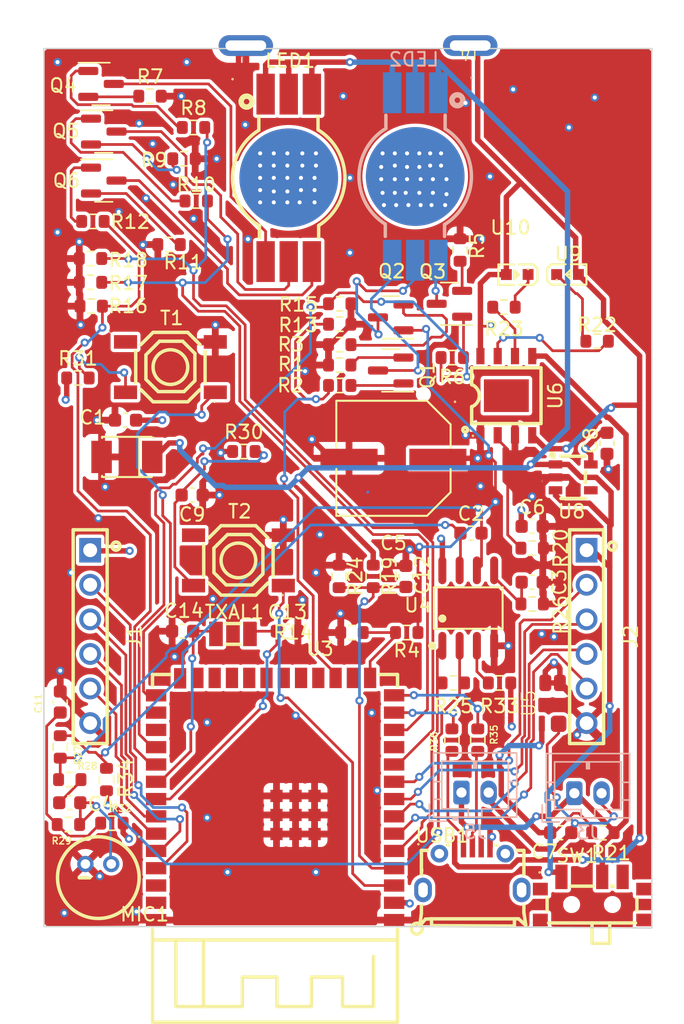
<source format=kicad_pcb>
(kicad_pcb (version 20240108) (generator "pcbnew") (generator_version "8.0")
  (layers (0 "F.Cu" signal) (1 "In1.Cu" power "GND") (2 "In2.Cu" power "VDD") (31 "B.Cu" signal) (34 "B.Paste" user) (35 "F.Paste" user) (36 "B.SilkS" user "B.Silkscreen") (37 "F.SilkS" user "F.Silkscreen") (38 "B.Mask" user) (39 "F.Mask" user) (44 "Edge.Cuts" user))
  (net 0 "")
  (net 1 "GND")
  (net 2 "VDD")
  (net 3 "Net-(Q1-G)")
  (net 4 "Net-(Q1-S)")
  (net 5 "Net-(Q1-D)")
  (net 6 "Net-(Q2-G)")
  (net 7 "Net-(Q2-S)")
  (net 8 "Net-(Q2-D)")
  (net 9 "Net-(Q3-G)")
  (net 10 "Net-(Q3-S)")
  (net 11 "Net-(Q3-D)")
  (net 12 "Net-(Q4-G)")
  (net 13 "Net-(Q4-S)")
  (net 14 "Net-(Q4-D)")
  (net 15 "Net-(Q5-G)")
  (net 16 "Net-(Q5-S)")
  (net 17 "Net-(Q5-D)")
  (net 18 "Net-(Q6-G)")
  (net 19 "Net-(Q6-S)")
  (net 20 "Net-(Q6-D)")
  (net 21 "Net-(U6-PROG)")
  (net 22 "Net-(U5-VDD)")
  (net 23 "/BAT-")
  (net 25 "/BAT+")
  (net 26 "/BLUE2")
  (net 27 "/GREEN2")
  (net 28 "/RED2")
  (net 29 "/RED1")
  (net 30 "/GREEN1")
  (net 31 "/BLUE1")
  (net 32 "Net-(U9-K)")
  (net 33 "Net-(U6-CHRG#)")
  (net 34 "Net-(U10-K)")
  (net 35 "Net-(U6-STDBY#)")
  (net 36 "/MIC")
  (net 49 "VBAT")
  (net 50 "CHARGE+")
  (net 53 "Net-(MIC1-+)")
  (net 54 "Net-(U4A-IN1-)")
  (net 55 "Net-(U4B-IN2-)")
  (net 56 "/BOOT")
  (net 57 "Net-(T2-B)")
  (net 58 "Net-(T1-B)")
  (net 62 "/USB+")
  (net 63 "/USB-")
  (net 69 "/PIN35")
  (net 70 "/PIN34")
  (net 72 "/PIN9")
  (net 73 "/PIN8")
  (net 74 "/PIN7")
  (net 75 "/PIN6")
  (net 76 "Net-(U4B-OUT2)")
  (net 77 "/VDD_REF")
  (net 78 "/EN")
  (net 80 "/LED1")
  (net 81 "/LED2")
  (net 86 "Net-(C4-Pad1)")
  (net 87 "Net-(C11-Pad1)")
  (net 88 "/VBAT_MESS")
  (net 89 "Net-(USB1-D+)")
  (net 90 "Net-(USB1-D-)")
  (net 91 "/PIN37")
  (net 92 "/PIN36")
  (net 93 "/32_32khz")
  (net 94 "/33_32khz")
  (footprint "Resistor_SMD:R_0603_1608Metric" (layer "F.Cu") (at 160.9 81.2 180)
    (property "Reference" "R20")
    (property "Value" "4k7")
  )
  (footprint "footprint3:FC-135R_L3.2-W1.5" (layer "F.Cu") (at 138.9 87.5 180)
    (property "Reference" "TXAL1")
    (property "Value" "Q13FC1350000400")
  )
  (footprint "Package_TO_SOT_SMD:SOT-23" (layer "F.Cu") (at 154.8125 63.25 180)
    (property "Reference" "Q3")
    (property "Value" "IRLML6244")
  )
  (footprint "footprint:SW-SMD_MK-12C02-G025" (layer "F.Cu") (at 165.3 106.929007)
    (property "Reference" "SW1")
    (property "Value" "MK-12C02-G025")
  )
  (footprint "Resistor_SMD:R_0603_1608Metric" (layer "F.Cu") (at 151.675 87.4 180)
    (property "Reference" "R4")
    (property "Value" "100")
  )
  (footprint "Resistor_SMD:R_0603_1608Metric" (layer "F.Cu") (at 146.75 69.25 180)
    (property "Reference" "R2")
    (property "Value" "100")
  )
  (footprint "Resistor_SMD:R_0603_1608Metric" (layer "F.Cu") (at 146.75 63.25 180)
    (property "Reference" "R15")
    (property "Value" "100k")
  )
  (footprint "footprint:LED0603-RD_BLUE" (layer "F.Cu") (at 163.5 61.1)
    (property "Reference" "U9")
    (property "Value" "XL-1608UBC-04")
  )
  (footprint "footprint:XB4908A" (layer "F.Cu") (at 162.4 92.6 90)
    (property "Reference" "U5")
    (property "Value" "XB4908A")
  )
  (footprint "Capacitor_SMD:C_0603_1608Metric" (layer "F.Cu") (at 156.4 80.1)
    (property "Reference" "C2")
    (property "Value" "100pF optional")
  )
  (footprint "Resistor_SMD:R_0603_1608Metric" (layer "F.Cu") (at 129.6 98.2 90)
    (property "Reference" "R34")
    (property "Value" "10k")
  )
  (footprint "Resistor_SMD:R_0603_1608Metric" (layer "F.Cu") (at 135.3 52.6)
    (property "Reference" "R9")
    (property "Value" "1")
  )
  (footprint "Library:LED-SMD_XL-HD6070RGBC-A46L" (layer "F.Cu") (at 143 53.999873)
    (property "Reference" "LED1")
    (property "Value" "XL-HD6070RGBC-A46L")
  )
  (footprint "Resistor_SMD:R_0603_1608Metric" (layer "F.Cu") (at 165.675 66)
    (property "Reference" "R22")
    (property "Value" "1k")
  )
  (footprint "footprint:SW-SMD_4P-L5.1-W5.1-P3.70-LS6.5-TL-2" (layer "F.Cu") (at 134.3 67.9 180)
    (property "Reference" "T1")
    (property "Value" "TS-1187A-B-A-B")
  )
  (footprint "Resistor_SMD:R_0603_1608Metric" (layer "F.Cu") (at 127.5 68.7)
    (property "Reference" "R31")
    (property "Value" "100k")
  )
  (footprint "footprint6:CAP-SMD_BD8.0-L8.3-W8.3-FD" (layer "F.Cu") (at 150.7 74.6 180)
    (property "Reference" "C5")
    (property "Value" "1000uf")
  )
  (footprint "Capacitor_SMD:C_0603_1608Metric" (layer "F.Cu") (at 160.9 83.7)
    (property "Reference" "C3")
    (property "Value" "100nf")
  )
  (footprint "Capacitor_SMD:C_0603_1608Metric" (layer "F.Cu") (at 142.9 87.3)
    (property "Reference" "C13")
    (property "Value" "18pf")
  )
  (footprint "Resistor_SMD:R_0603_1608Metric" (layer "F.Cu") (at 147.65 87.4)
    (property "Reference" "R14")
    (property "Value" "100k")
  )
  (footprint "footprint:HDR-TH_6P-P2.54-V-F" (layer "F.Cu") (at 164.9 87.7 -90)
    (property "Reference" "J2")
    (property "Value" "Conn_01x06_Socket")
  )
  (footprint "Package_TO_SOT_SMD:SOT-23" (layer "F.Cu") (at 129.2 47.1)
    (property "Reference" "Q4")
    (property "Value" "IRLML6244")
  )
  (footprint "Resistor_SMD:R_0603_1608Metric" (layer "F.Cu") (at 149.2125 83.275 -90)
    (property "Reference" "R19")
    (property "Value" "470k")
  )
  (footprint "Resistor_SMD:R_0603_1608Metric" (layer "F.Cu") (at 155.025 67.2 180)
    (property "Reference" "R6")
    (property "Value" "100")
  )
  (footprint "Capacitor_SMD:C_0603_1608Metric" (layer "F.Cu") (at 126.2 92.5 90)
    (property "Reference" "C11")
    (property "Value" "1uF")
  )
  (footprint "footprint:MICRO-USB-SMD_MICROXNJ" (layer "F.Cu") (at 156.5 104.712243)
    (property "Reference" "USB1")
    (property "Value" "MICROXNJ")
  )
  (footprint "Capacitor_SMD:C_0603_1608Metric" (layer "F.Cu") (at 166.4 73.5 90)
    (property "Reference" "C8")
    (property "Value" "100nf")
  )
  (footprint "Package_TO_SOT_SMD:SOT-23" (layer "F.Cu") (at 129.4 50.6)
    (property "Reference" "Q5")
    (property "Value" "IRLML6244")
  )
  (footprint "Capacitor_SMD:C_0603_1608Metric" (layer "F.Cu") (at 135.2 87.3 180)
    (property "Reference" "C14")
    (property "Value" "18pf")
  )
  (footprint "footprint:LED0603-RD_GREEN" (layer "F.Cu") (at 159.8 61.1 180)
    (property "Reference" "U10")
    (property "Value" "XL-1608SYGC-06")
  )
  (footprint "Package_TO_SOT_SMD:SOT-23" (layer "F.Cu") (at 150.5 68.15 180)
    (property "Reference" "Q1")
    (property "Value" "IRLML6244")
  )
  (footprint "Resistor_SMD:R_0603_1608Metric" (layer "F.Cu") (at 130 101.4 180)
    (property "Reference" "R32")
    (property "Value" "470R")
  )
  (footprint "Capacitor_SMD:C_0603_1608Metric" (layer "F.Cu") (at 151.6125 83.275 -90)
    (property "Reference" "C12")
    (property "Value" "100nF")
  )
  (footprint "footprint:SOIC-8_L4.9-W3.9-P1.27-LS6.0-BL" (layer "F.Cu") (at 156.2 85.6)
    (property "Reference" "U4")
    (property "Value" "TLV9002IDR")
  )
  (footprint "Resistor_SMD:R_0603_1608Metric" (layer "F.Cu") (at 146.7025 83.275 90)
    (property "Reference" "R24")
    (property "Value" "470k")
  )
  (footprint "Resistor_SMD:R_0603_1608Metric" (layer "F.Cu") (at 132.8 48)
    (property "Reference" "R7")
    (property "Value" "1")
  )
  (footprint "Resistor_SMD:R_0603_1608Metric" (layer "F.Cu") (at 155.1 91.1)
    (property "Reference" "R25")
    (property "Value" "100k")
  )
  (footprint "Resistor_SMD:R_0603_1608Metric" (layer "F.Cu") (at 155 95.3 90)
    (property "Reference" "R36")
    (property "Value" "10")
  )
  (footprint "Library:ChargingNotches" (layer "F.Cu") (at 156.345054 44.284065 180)
    (property "Reference" "J4")
    (property "Value" "Charging Notches")
  )
  (footprint "Resistor_SMD:R_0603_1608Metric" (layer "F.Cu") (at 126.8 101.5)
    (property "Reference" "R29")
    (property "Value" "10k")
  )
  (footprint "Resistor_SMD:R_0603_1608Metric" (layer "F.Cu") (at 158.5 91.1)
    (property "Reference" "R33")
    (property "Value" "100k")
  )
  (footprint "Resistor_SMD:R_0603_1608Metric" (layer "F.Cu") (at 128.475 63.425)
    (property "Reference" "R16")
    (property "Value" "100k")
  )
  (footprint "Resistor_SMD:R_0603_1608Metric" (layer "F.Cu") (at 126.2 95.8 90)
    (property "Reference" "R27")
    (property "Value" "100k")
  )
  (footprint "Resistor_SMD:R_0603_1608Metric" (layer "F.Cu") (at 128.425 59.925)
    (property "Reference" "R18")
    (property "Value" "100k")
  )
  (footprint "Resistor_SMD:R_0603_1608Metric" (layer "F.Cu") (at 134.2 58.9 180)
    (property "Reference" "R11")
    (property "Value" "4")
  )
  (footprint "footprint:MIC-TH_BD6.0_B6027AP383-056" (layer "F.Cu") (at 129 104.4)
    (property "Reference" "MIC1")
    (property "Value" "B4013AM423-093")
  )
  (footprint "Resistor_SMD:R_0603_1608Metric" (layer "F.Cu") (at 146.75 67.75 180)
    (property "Reference" "R1")
    (property "Value" "4")
  )
  (footprint "Capacitor_SMD:C_0603_1608Metric" (layer "F.Cu") (at 163 102.1)
    (property "Reference" "C7")
    (property "Value" "0.1uF")
  )
  (footprint "footprint:WIRELM-SMD_ESP32-S3-WROOM-1" (layer "F.Cu") (at 141.999924 99.62507 180)
    (property "Reference" "U3")
    (property "Value" "ESP32-S2-SOLO-2-N4")
  )
  (footprint "Capacitor_SMD:C_0603_1608Metric" (layer "F.Cu") (at 160.9 79.6 180)
    (property "Reference" "C6")
    (property "Value" "10uf")
  )
  (footprint "Resistor_SMD:R_0603_1608Metric" (layer "F.Cu") (at 146.75 66.25 180)
    (property "Reference" "R3")
    (property "Value" "1")
  )
  (footprint "Resistor_SMD:R_0603_1608Metric" (layer "F.Cu") (at 128.425 61.675)
    (property "Reference" "R17")
    (property "Value" "100k")
  )
  (footprint "Capacitor_SMD:C_0603_1608Metric" (layer "F.Cu") (at 126.9 99.9)
    (property "Reference" "C4")
    (property "Value" "470nF")
  )
  (footprint "Resistor_SMD:R_0603_1608Metric" (layer "F.Cu") (at 155.6 59.3 90)
    (property "Reference" "R5")
    (property "Value" "1")
  )
  (footprint "Resistor_SMD:R_0603_1608Metric" (layer "F.Cu") (at 166.1 102.1)
    (property "Reference" "R21")
    (property "Value" "1k")
  )
  (footprint "footprint:CASE-B_3528" (layer "F.Cu") (at 131.1 74.5 180)
    (property "Reference" "C10" (hide yes))
    (property "Value" "100uf")
  )
  (footprint "Resistor_SMD:R_0603_1608Metric" (layer "F.Cu") (at 160.9 85.3 180)
    (property "Reference" "R26")
    (property "Value" "47k")
  )
  (footprint "Capacitor_SMD:C_0603_1608Metric" (layer "F.Cu") (at 135.9 77.3 180)
    (property "Reference" "C9")
    (property "Value" "1uf")
  )
  (footprint "footprint:HDR-TH_6P-P2.54-V-F" (layer "F.Cu") (at 128.4 87.7 -90)
    (property "Reference" "J1")
    (property "Value" "Conn_01x06_Socket")
  )
  (footprint "Resistor_SMD:R_0603_1608Metric" (layer "F.Cu") (at 128.6 57.2)
    (property "Reference" "R12")
    (property "Value" "100")
  )
  (footprint "Resistor_SMD:R_0603_1608Metric" (layer "F.Cu") (at 158.825 63.5 180)
    (property "Reference" "R23")
    (property "Value" "1k")
  )
  (footprint "footprint:SOT-23-5_L3.0-W1.7-P0.95-LS2.8-BR" (layer "F.Cu") (at 163.91176 75.999873 180)
    (property "Reference" "U8")
    (property "Value" "ME6217C33M5G")
  )
  (footprint "Capacitor_SMD:C_0603_1608Metric" (layer "F.Cu") (at 131 71.8)
    (property "Reference" "C1")
    (property "Value" "47uf")
  )
  (footprint "Package_TO_SOT_SMD:SOT-23" (layer "F.Cu") (at 129.4 54.2)
    (property "Reference" "Q6")
    (property "Value" "IRLML6244")
  )
  (footprint "footprint:ESOP-8_L4.9-W3.9-P1.27-LS6.0-BL-EP" (layer "F.Cu") (at 159 70)
    (property "Reference" "U6")
    (property "Value" "TP4056_C725790")
  )
  (footprint "Resistor_SMD:R_0603_1608Metric" (layer "F.Cu") (at 126.9 98.2)
    (property "Reference" "R28")
    (property "Value" "10k")
  )
  (footprint "Resistor_SMD:R_0603_1608Metric" (layer "F.Cu") (at 136 50.3)
    (property "Reference" "R8")
    (property "Value" "100")
  )
  (footprint "Resistor_SMD:R_0603_1608Metric" (layer "F.Cu") (at 136.2 55.7)
    (property "Reference" "R10")
    (property "Value" "100")
  )
  (footprint "Resistor_SMD:R_0603_1608Metric" (layer "F.Cu") (at 139.7 74.1)
    (property "Reference" "R30")
    (property "Value" "100k")
  )
  (footprint "Resistor_SMD:R_0603_1608Metric" (layer "F.Cu") (at 146.75 64.75 180)
    (property "Reference" "R13")
    (property "Value" "100k")
  )
  (footprint "Resistor_SMD:R_0603_1608Metric" (layer "F.Cu") (at 156.9 95.3 90)
    (property "Reference" "R35")
    (property "Value" "10")
  )
  (footprint "footprint:SW-SMD_4P-L5.1-W5.1-P3.70-LS6.5-TL-2" (layer "F.Cu") (at 139.3 82.1 180)
    (property "Reference" "T2")
    (property "Value" "TS-1187A-B-A-B")
  )
  (footprint "Package_TO_SOT_SMD:SOT-23" (layer "F.Cu") (at 150.5 64.25 180)
    (property "Reference" "Q2")
    (property "Value" "IRLML6244")
  )
  (footprint "Connector_JST:JST_PH_B2B-PH-K_1x02_P2.00mm_Vertical" (layer "B.Cu") (at 164 99.2)
    (property "Reference" "J3")
    (property "Value" "Battery Connector")
  )
  (footprint "Library:LED-SMD_XL-HD6070RGBC-A46L" (layer "B.Cu") (at 152.3 53.9 180)
    (property "Reference" "LED2")
    (property "Value" "XL-HD6070RGBC-A46L")
  )
  (footprint "Connector_JST:JST_PH_B2B-PH-K_1x02_P2.00mm_Vertical" (layer "B.Cu") (at 155.7 99.15)
    (property "Reference" "J5")
    (property "Value" "Battery Connector")
  )
  (gr_line (start 125 44.5) (end 169.7 44.5) (stroke (width 0.1)) (layer "Edge.Cuts"))
  (gr_line (start 137.1 109) (end 154 109) (stroke (width 0.1)) (layer "Edge.Cuts"))
  (gr_line (start 169.7 44.499923) (end 169.7 109.1) (stroke (width 0.1)) (layer "Edge.Cuts"))
  (gr_line (start 125 109) (end 125 44.5) (stroke (width 0.1)) (layer "Edge.Cuts"))
  (gr_line (start 169.7 109.1) (end 154 109) (stroke (width 0.1)) (layer "Edge.Cuts"))
  (gr_line (start 134 109) (end 137.1 109) (stroke (width 0.1)) (layer "Edge.Cuts"))
  (gr_line (start 134 109) (end 125 109) (stroke (width 0.1)) (layer "Edge.Cuts"))
  (segment (start 161.675 76.536493) (end 161.675 78) (width 0.4) (layer "F.Cu") (net 1))
  (segment (start 159.635001 72.035001) (end 159.635001 72.908306) (width 0.4) (layer "F.Cu") (net 1))
  (segment (start 127.7 64.7) (end 127.7 64.8) (width 0.4) (layer "F.Cu") (net 1))
  (segment (start 127.65 64.65) (end 127.65 63.425) (width 0.4) (layer "F.Cu") (net 1))
  (segment (start 126.2 91.725) (end 126.2 91.850013) (width 0.4) (layer "F.Cu") (net 1))
  (segment (start 151.6125 82.5) (end 151.6125 81.5875) (width 0.4) (layer "F.Cu") (net 1))
  (segment (start 145.925 67.75) (end 145.925 66.25) (width 0.4) (layer "F.Cu") (net 1))
  (segment (start 139.308284 49.608284) (end 139.308284 45.06177) (width 0.4) (layer "F.Cu") (net 1))
  (segment (start 126.2 91.850013) (end 128.4 94.050013) (width 0.4) (layer "F.Cu") (net 1))
  (segment (start 126.2 91.725) (end 126.2 90.2) (width 0.4) (layer "F.Cu") (net 1))
  (segment (start 134.425 87.3) (end 134.425 88.99853) (width 0.4) (layer "F.Cu") (net 1))
  (segment (start 161.675 81.15) (end 161.725 81.2) (width 0.4) (layer "F.Cu") (net 1))
  (segment (start 129.239446 74.5) (end 129.239446 76.43944) (width 0.4) (layer "F.Cu") (net 1))
  (segment (start 161.725 83.65) (end 161.675 83.7) (width 0.4) (layer "F.Cu") (net 1))
  (segment (start 164.2 94.750013) (end 164.2 94.906628) (width 0.4) (layer "F.Cu") (net 1))
  (segment (start 132.420041 108.520041) (end 131.8 107.9) (width 0.4) (layer "F.Cu") (net 1))
  (segment (start 158.105004 88.372416) (end 159.148145 88.372416) (width 0.4) (layer "F.Cu") (net 1))
  (segment (start 133.625 48) (end 135.1 48) (width 0.4) (layer "F.Cu") (net 1))
  (segment (start 161.8635 90.2365) (end 162.5 89.6) (width 0.4) (layer "F.Cu") (net 1))
  (segment (start 128.2 104.4) (end 129.1 105.3) (width 0.4) (layer "F.Cu") (net 1))
  (segment (start 162.611658 75.999873) (end 162.21162 75.999873) (width 0.4) (layer "F.Cu") (net 1))
  (segment (start 157.799975 102.549959) (end 157.949934 102.4) (width 0.4) (layer "F.Cu") (net 1))
  (segment (start 132.3 58.9) (end 132.275 58.925) (width 0.4) (layer "F.Cu") (net 1))
  (segment (start 164.9 94.3635) (end 166.6 96.0635) (width 0.4) (layer "F.Cu") (net 1))
  (segment (start 143.675 87.3) (end 143.675 85.325) (width 0.4) (layer "F.Cu") (net 1))
  (segment (start 157.094996 72.908306) (end 156.008306 72.908306) (width 0.4) (layer "F.Cu") (net 1))
  (segment (start 161.675 83.7) (end 161.675 85.25) (width 0.4) (layer "F.Cu") (net 1))
  (segment (start 144.65 67.75) (end 144.2 68.2) (width 0.4) (layer "F.Cu") (net 1))
  (segment (start 162.21162 75.999873) (end 161.675 76.536493) (width 0.4) (layer "F.Cu") (net 1))
  (segment (start 127.65 64.65) (end 127.7 64.7) (width 0.4) (layer "F.Cu") (net 1))
  (segment (start 127.65 63.425) (end 127.6 63.375) (width 0.4) (layer "F.Cu") (net 1))
  (segment (start 151.6125 81.5875) (end 151.9 81.3) (width 0.4) (layer "F.Cu") (net 1))
  (segment (start 146.7025 82.45) (end 145.55 82.45) (width 0.4) (layer "F.Cu") (net 1))
  (segment (start 147.575 64.75) (end 147.575 63.25) (width 0.4) (layer "F.Cu") (net 1))
  (segment (start 162.9365 91.1) (end 161.8635 91.1) (width 0.4) (layer "F.Cu") (net 1))
  (segment (start 164.9 94.050013) (end 164.2 94.750013) (width 0.4) (layer "F.Cu") (net 1))
  (segment (start 157.094996 72.908306) (end 157.094996 72.205004) (width 0.4) (layer "F.Cu") (net 1))
  (segment (start 127.6 59.925) (end 127.6 58.700012) (width 0.4) (layer "F.Cu") (net 1))
  (segment (start 146.075 66.25) (end 147.575 64.75) (width 0.4) (layer "F.Cu") (net 1))
  (segment (start 142.599975 80.249784) (end 142.599975 79.100025) (width 0.4) (layer "F.Cu") (net 1))
  (segment (start 137.599975 66.049784) (end 137.599975 64.800025) (width 0.4) (layer "F.Cu") (net 1))
  (segment (start 142.599975 79.100025) (end 142.6 79.1) (width 0.4) (layer "F.Cu") (net 1))
  (segment (start 139.308284 45.06177) (end 139.845054 44.525) (width 0.4) (layer "F.Cu") (net 1))
  (segment (start 145.55 82.45) (end 145 83) (width 0.4) (layer "F.Cu") (net 1))
  (segment (start 157.5 71.8) (end 159.4 71.8) (width 0.4) (layer "F.Cu") (net 1))
  (segment (start 133.24986 108.520041) (end 132.420041 108.520041) (width 0.4) (layer "F.Cu") (net 1))
  (segment (start 128.050038 104.4) (end 128.2 104.4) (width 0.4) (layer "F.Cu") (net 1))
  (segment (start 145.925 66.25) (end 146.075 66.25) (width 0.4) (layer "F.Cu") (net 1))
  (segment (start 146.825 86.025) (end 146.8 86) (width 0.4) (layer "F.Cu") (net 1))
  (segment (start 162.9365 90.0365) (end 162.5 89.6) (width 0.4) (layer "F.Cu") (net 1))
  (segment (start 166.4 74.275) (end 166.4 75.3) (width 0.4) (layer "F.Cu") (net 1))
  (segment (start 161.675 78) (end 161.675 79.6) (width 0.4) (layer "F.Cu") (net 1))
  (segment (start 146.1 74.6) (end 144.7 73.2) (width 0.4) (layer "F.Cu") (net 1))
  (segment (start 137.599975 64.800025) (end 137.6 64.8) (width 0.4) (layer "F.Cu") (net 1))
  (segment (start 130.225 71.8) (end 128.9 71.8) (width 0.4) (layer "F.Cu") (net 1))
  (segment (start 164.9 94.050013) (end 164.9 94.3635) (width 0.4) (layer "F.Cu") (net 1))
  (segment (start 128.1 104.4) (end 128.050038 104.4) (width 0.4) (layer "F.Cu") (net 1))
  (segment (start 160.9 77.4) (end 161.075 77.4) (width 0.4) (layer "F.Cu") (net 1))
  (segment (start 157.799975 103.115774) (end 157.799975 102.549959) (width 0.4) (layer "F.Cu") (net 1))
  (segment (start 161.075 77.4) (end 161.675 78) (width 0.4) (layer "F.Cu") (net 1))
  (segment (start 161.675 79.6) (end 161.675 81.15) (width 0.4) (layer "F.Cu") (net 1))
  (segment (start 157.2 58.475) (end 155.6 58.475) (width 0.4) (layer "F.Cu") (net 1))
  (segment (start 159.4 71.8) (end 159.635001 72.035001) (width 0.4) (layer "F.Cu") (net 1))
  (segment (start 151.6725 82.45) (end 151.7225 82.5) (width 0.2) (layer "F.Cu") (net 1))
  (segment (start 136.125 52.6) (end 137.70001 52.6) (width 0.4) (layer "F.Cu") (net 1))
  (segment (start 161.8635 91.1) (end 161.8635 90.2365) (width 0.4) (layer "F.Cu") (net 1))
  (segment (start 157.094996 72.205004) (end 157.5 71.8) (width 0.4) (layer "F.Cu") (net 1))
  (segment (start 129.239446 76.43944) (end 129.500006 76.7) (width 0.4) (layer "F.Cu") (net 1))
  (segment (start 136.675 77.3) (end 137.9 77.3) (width 0.4) (layer "F.Cu") (net 1))
  (segment (start 161.675 85.25) (end 161.725 85.3) (width 0.4) (layer "F.Cu") (net 1))
  (segment (start 159.148145 88.372416) (end 159.148148 88.372413) (width 0.4) (layer "F.Cu") (net 1))
  (segment (start 145.925 67.75) (end 144.65 67.75) (width 0.4) (layer "F.Cu") (net 1))
  (segment (start 146.825 87.4) (end 146.825 86.025) (width 0.4) (layer "F.Cu") (net 1))
  (segment (start 156.008306 72.908306) (end 156 72.9) (width 0.4) (layer "F.Cu") (net 1))
  (segment (start 161.725 81.2) (end 161.725 83.65) (width 0.4) (layer "F.Cu") (net 1))
  (segment (start 143.675 85.325) (end 144 85) (width 0.4) (layer "F.Cu") (net 1))
  (segment (start 162.9365 91.1) (end 162.9365 90.0365) (width 0.4) (layer "F.Cu") (net 1))
  (segment (start 127.6 58.700012) (end 127.599988 58.7) (width 0.4) (layer "F.Cu") (net 1))
  (segment (start 139.8 50.1) (end 139.308284 49.608284) (width 0.4) (layer "F.Cu") (net 1))
  (segment (start 127.6 63.375) (end 127.6 61.675) (width 0.4) (layer "F.Cu") (net 1))
  (segment (start 166.4 75.3) (end 166.5 75.4) (width 0.4) (layer "F.Cu") (net 1))
  (segment (start 147.432791 74.6) (end 146.1 74.6) (width 0.4) (layer "F.Cu") (net 1))
  (segment (start 127.6 61.675) (end 127.6 59.925) (width 0.4) (layer "F.Cu") (net 1))
  (segment (start 133.375 58.9) (end 132.3 58.9) (width 0.4) (layer "F.Cu") (net 1))
  (segment (start 134.425 88.99853) (end 134.600735 89.174265) (width 0.4) (layer "F.Cu") (net 1))
  (via (at 146.8 86) (size 0.6) (drill 0.3) (layers "F.Cu" "B.Cu") (net 1))
  (via (at 162.5 89.6) (size 0.6) (drill 0.3) (layers "F.Cu" "B.Cu") (net 1))
  (via (at 147 48) (size 0.6) (drill 0.3) (layers "F.Cu" "B.Cu") (net 1))
  (via (at 164.2 94.906628) (size 0.6) (drill 0.3) (layers "F.Cu" "B.Cu") (net 1))
  (via (at 137.6 64.8) (size 0.6) (drill 0.3) (layers "F.Cu" "B.Cu") (net 1))
  (via (at 149.5 99) (size 0.6) (drill 0.3) (layers "F.Cu" "B.Cu") (net 1))
  (via (at 157.8 53.9) (size 0.6) (drill 0.3) (layers "F.Cu" "B.Cu") (net 1))
  (via (at 163.6 50.3) (size 0.6) (drill 0.3) (layers "F.Cu" "B.Cu") (net 1))
  (via (at 166.5 75.4) (size 0.6) (drill 0.3) (layers "F.Cu" "B.Cu") (net 1))
  (via (at 132 50) (size 0.6) (drill 0.3) (layers "F.Cu" "B.Cu") (net 1))
  (via (at 130.5 56.5) (size 0.6) (drill 0.3) (layers "F.Cu" "B.Cu") (net 1))
  (via (at 160.9 77.4) (size 0.6) (drill 0.3) (layers "F.Cu" "B.Cu") (net 1))
  (via (at 165.5 48.1) (size 0.6) (drill 0.3) (layers "F.Cu" "B.Cu") (net 1))
  (via (at 140 58.5) (size 0.6) (drill 0.3) (layers "F.Cu" "B.Cu") (net 1))
  (via (at 134.600735 89.174265) (size 0.6) (drill 0.3) (layers "F.Cu" "B.Cu") (net 1))
  (via (at 147.5 54) (size 0.6) (drill 0.3) (layers "F.Cu" "B.Cu") (net 1))
  (via (at 127.7 64.8) (size 0.6) (drill 0.3) (layers "F.Cu" "B.Cu") (net 1))
  (via (at 128.9 71.8) (size 0.6) (drill 0.3) (layers "F.Cu" "B.Cu") (net 1))
  (via (at 156 48.5) (size 0.6) (drill 0.3) (layers "F.Cu" "B.Cu") (net 1))
  (via (at 138.5 105) (size 0.6) (drill 0.3) (layers "F.Cu" "B.Cu") (net 1))
  (via (at 139.8 50.1) (size 0.6) (drill 0.3) (layers "F.Cu" "B.Cu") (net 1))
  (via (at 134.5 54.5) (size 0.6) (drill 0.3) (layers "F.Cu" "B.Cu") (net 1))
  (via (at 157.2 58.475) (size 0.6) (drill 0.3) (layers "F.Cu" "B.Cu") (net 1))
  (via (at 129.1 105.3) (size 0.6) (drill 0.3) (layers "F.Cu" "B.Cu") (net 1))
  (via (at 145 83) (size 0.6) (drill 0.3) (layers "F.Cu" "B.Cu") (net 1))
  (via (at 144.2 68.2) (size 0.6) (drill 0.3) (layers "F.Cu" "B.Cu") (net 1))
  (via (at 159.148148 88.372413) (size 0.6) (drill 0.3) (layers "F.Cu" "B.Cu") (net 1))
  (via (at 162.5 87.7) (size 0.6) (drill 0.3) (layers "F.Cu" "B.Cu") (net 1))
  (via (at 126 58) (size 0.6) (drill 0.3) (layers "F.Cu" "B.Cu") (net 1))
  (via (at 149.1 93.3) (size 0.6) (drill 0.3) (layers "F.Cu" "B.Cu") (net 1))
  (via (at 144 85) (size 0.6) (drill 0.3) (layers "F.Cu" "B.Cu") (net 1))
  (via (at 135.5 45.5) (size 0.6) (drill 0.3) (layers "F.Cu" "B.Cu") (net 1))
  (via (at 137.425735 84.925735) (size 0.6) (drill 0.3) (layers "F.Cu" "B.Cu") (net 1))
  (via (at 129 79) (size 0.6) (drill 0.3) (layers "F.Cu" "B.Cu") (net 1))
  (via (at 144.7 73.2) (size 0.6) (drill 0.3) (layers "F.Cu" "B.Cu") (net 1))
  (via (at 126 45.5) (size 0.6) (drill 0.3) (layers "F.Cu" "B.Cu") (net 1))
  (via (at 132.275 58.925) (size 0.6) (drill 0.3) (layers "F.Cu" "B.Cu") (net 1))
  (via (at 151.9 81.3) (size 0.6) (drill 0.3) (layers "F.Cu" "B.Cu") (net 1))
  (via (at 142.6 79.1) (size 0.6) (drill 0.3) (layers "F.Cu" "B.Cu") (net 1))
  (via (at 126.2 90.2) (size 0.6) (drill 0.3) (layers "F.Cu" "B.Cu") (net 1))
  (via (at 127.599988 58.7) (size 0.6) (drill 0.3) (layers "F.Cu" "B.Cu") (net 1))
  (via (at 137 101) (size 0.6) (drill 0.3) (layers "F.Cu" "B.Cu") (net 1))
  (via (at 147.5 59.5) (size 0.6) (drill 0.3) (layers "F.Cu" "B.Cu") (net 1))
  (via (at 159.5 47.5) (size 0.6) (drill 0.3) (layers "F.Cu" "B.Cu") (net 1))
  (via (at 126.5 108) (size 0.6) (drill 0.3) (layers "F.Cu" "B.Cu") (net 1))
  (via (at 157.1 76.64781) (size 0.6) (drill 0.3) (layers "F.Cu" "B.Cu") (net 1))
  (via (at 143.5 93.5) (size 0.6) (drill 0.3) (layers "F.Cu" "B.Cu") (net 1))
  (via (at 161.6 87.5) (size 0.6) (drill 0.3) (layers "F.Cu" "B.Cu") (net 1))
  (via (at 137 94) (size 0.6) (drill 0.3) (layers "F.Cu" "B.Cu") (net 1))
  (via (at 132.5 55.5) (size 0.6) (drill 0.3) (layers "F.Cu" "B.Cu") (net 1))
  (via (at 135.1 48) (size 0.6) (drill 0.3) (layers "F.Cu" "B.Cu") (net 1))
  (via (at 133 51.5) (size 0.6) (drill 0.3) (layers "F.Cu" "B.Cu") (net 1))
  (via (at 137.70001 52.6) (size 0.6) (drill 0.3) (layers "F.Cu" "B.Cu") (net 1))
  (via (at 137.9 77.3) (size 0.6) (drill 0.3) (layers "F.Cu" "B.Cu") (net 1))
  (via (at 145.3 80.2) (size 0.6) (drill 0.3) (layers "F.Cu" "B.Cu") (net 1))
  (via (at 127 83) (size 0.6) (drill 0.3) (layers "F.Cu" "B.Cu") (net 1))
  (via (at 156 72.9) (size 0.6) (drill 0.3) (layers "F.Cu" "B.Cu") (net 1))
  (via (at 129.500006 76.7) (size 0.6) (drill 0.3) (layers "F.Cu" "B.Cu") (net 1))
  (via (at 157.949934 102.4) (size 0.6) (drill 0.3) (layers "F.Cu" "B.Cu") (net 1))
  (via (at 145 105) (size 0.6) (drill 0.3) (layers "F.Cu" "B.Cu") (net 1))
  (via (at 136 57) (size 0.6) (drill 0.3) (layers "F.Cu" "B.Cu") (net 1))
  (via (at 131.8 107.9) (size 0.6) (drill 0.3) (layers "F.Cu" "B.Cu") (net 1))
  (segment (start 132.4 58.8) (end 132.275 58.925) (width 0.4) (layer "B.Cu") (net 1))
  (segment (start 153.967209 74.6) (end 156.9 74.6) (width 0.4) (layer "F.Cu") (net 2))
  (segment (start 165.975 72.725) (end 164.8 73.9) (width 0.4) (layer "F.Cu") (net 2))
  (segment (start 128.450013 81.4) (end 128.4 81.349987) (width 0.4) (layer "F.Cu") (net 2))
  (segment (start 130.825 102.125) (end 131.25 102.55) (width 0.4) (layer "F.Cu") (net 2))
  (segment (start 126.675 68.7) (end 126.675 70.225) (width 0.4) (layer "F.Cu") (net 2))
  (segment (start 165.211862 75.049911) (end 165.211862 74.311862) (width 0.4) (layer "F.Cu") (net 2))
  (segment (start 138.1 74.1) (end 138 74.2) (width 0.4) (layer "F.Cu") (net 2))
  (segment (start 159.325 91.1) (end 159.325 94.225) (width 0.4) (layer "F.Cu") (net 2))
  (segment (start 160.1 79.575) (end 160.125 79.6) (width 0.4) (layer "F.Cu") (net 2))
  (segment (start 126.675 70.225) (end 126.6 70.3) (width 0.4) (layer "F.Cu") (net 2))
  (segment (start 154.294996 80.594996) (end 154.2 80.5) (width 0.4) (layer "F.Cu") (net 2))
  (segment (start 151.850038 107.250038) (end 151.9 107.3) (width 0.4) (layer "F.Cu") (net 2))
  (segment (start 159.325 94.225) (end 159.4 94.3) (width 0.4) (layer "F.Cu") (net 2))
  (segment (start 131.3 81.4) (end 128.450013 81.4) (width 0.4) (layer "F.Cu") (net 2))
  (segment (start 138.875 74.1) (end 138.1 74.1) (width 0.4) (layer "F.Cu") (net 2))
  (segment (start 150.749988 107.250038) (end 151.850038 107.250038) (width 0.4) (layer "F.Cu") (net 2))
  (segment (start 165.211862 74.311862) (end 164.8 73.9) (width 0.4) (layer "F.Cu") (net 2))
  (segment (start 154.294996 82.827584) (end 154.294996 80.594996) (width 0.4) (layer "F.Cu") (net 2))
  (segment (start 160.1 78.4) (end 160.1 79.575) (width 0.4) (layer "F.Cu") (net 2))
  (segment (start 166.4 72.725) (end 165.975 72.725) (width 0.4) (layer "F.Cu") (net 2))
  (segment (start 130.825 101.4) (end 130.825 102.125) (width 0.4) (layer "F.Cu") (net 2))
  (segment (start 131.775 71.8) (end 133.7 71.8) (width 0.4) (layer "F.Cu") (net 2))
  (via (at 126.6 70.3) (size 0.6) (drill 0.3) (layers "F.Cu" "B.Cu") (net 2))
  (via (at 131.25 102.55) (size 0.6) (drill 0.3) (layers "F.Cu" "B.Cu") (net 2))
  (via (at 133.7 71.8) (size 0.6) (drill 0.3) (layers "F.Cu" "B.Cu") (net 2))
  (via (at 131.3 81.4) (size 0.6) (drill 0.3) (layers "F.Cu" "B.Cu") (net 2))
  (via (at 164.8 73.9) (size 0.6) (drill 0.3) (layers "F.Cu" "B.Cu") (net 2))
  (via (at 156.9 74.6) (size 0.6) (drill 0.3) (layers "F.Cu" "B.Cu") (net 2))
  (via (at 159.4 94.3) (size 0.6) (drill 0.3) (layers "F.Cu" "B.Cu") (net 2))
  (via (at 138 74.2) (size 0.6) (drill 0.3) (layers "F.Cu" "B.Cu") (net 2))
  (via (at 160.1 78.4) (size 0.6) (drill 0.3) (layers "F.Cu" "B.Cu") (net 2))
  (via (at 151.9 107.3) (size 0.6) (drill 0.3) (layers "F.Cu" "B.Cu") (net 2))
  (via (at 154.2 80.5) (size 0.6) (drill 0.3) (layers "F.Cu" "B.Cu") (net 2))
  (segment (start 147.575 69.25) (end 150.8875 69.25) (width 0.2) (layer "F.Cu") (net 3))
  (segment (start 147.575 67.75) (end 148.125 67.2) (width 0.2) (layer "F.Cu") (net 4))
  (segment (start 148.125 67.2) (end 151.4375 67.2) (width 0.2) (layer "F.Cu") (net 4))
  (segment (start 152.5 68.15) (end 149.5625 68.15) (width 0.2) (layer "F.Cu") (net 5))
  (via (at 152.5 68.15) (size 0.6) (drill 0.3) (layers "F.Cu" "B.Cu") (net 5))
  (segment (start 150.599975 61.370882) (end 149.075 62.895857) (width 0.2) (layer "B.Cu") (net 5))
  (segment (start 152.5 67) (end 152.5 68.15) (width 0.2) (layer "B.Cu") (net 5))
  (segment (start 149.075 63.575) (end 152.5 67) (width 0.2) (layer "B.Cu") (net 5))
  (segment (start 149.075 62.895857) (end 149.075 63.575) (width 0.2) (layer "B.Cu") (net 5))
  (segment (start 150.599975 60.049987) (end 150.599975 61.370882) (width 0.2) (layer "B.Cu") (net 5))
  (segment (start 152.5 87.4) (end 152.5 81.2) (width 0.2) (layer "F.Cu") (net 6))
  (segment (start 152.5 81.2) (end 152.6 81.1) (width 0.2) (layer "F.Cu") (net 6))
  (segment (start 158.2 77.8) (end 158.2 74.9) (width 0.2) (layer "F.Cu") (net 6))
  (segment (start 153.09812 65.097179) (end 152.995299 65.2) (width 0.2) (layer "F.Cu") (net 6))
  (segment (start 158.2 74.9) (end 157.7 74.4) (width 0.2) (layer "F.Cu") (net 6))
  (segment (start 152.995299 65.2) (end 151.4375 65.2) (width 0.2) (layer "F.Cu") (net 6))
  (via (at 158.2 77.8) (size 0.6) (drill 0.3) (layers "F.Cu" "B.Cu") (net 6))
  (via (at 153.09812 65.097179) (size 0.6) (drill 0.3) (layers "F.Cu" "B.Cu") (net 6))
  (via (at 157.7 74.4) (size 0.6) (drill 0.3) (layers "F.Cu" "B.Cu") (net 6))
  (via (at 152.6 81.1) (size 0.6) (drill 0.3) (layers "F.Cu" "B.Cu") (net 6))
  (segment (start 153.09812 65.097179) (end 153.225 65.224059) (width 0.2) (layer "B.Cu") (net 6))
  (segment (start 157.7 73.675) (end 153.225 69.2) (width 0.2) (layer "B.Cu") (net 6))
  (segment (start 152.6 81.1) (end 154.9 81.1) (width 0.2) (layer "B.Cu") (net 6))
  (segment (start 153.225 65.224059) (end 153.225 69.2) (width 0.2) (layer "B.Cu") (net 6))
  (segment (start 157.7 74.4) (end 157.7 73.675) (width 0.2) (layer "B.Cu") (net 6))
  (segment (start 154.9 81.1) (end 158.2 77.8) (width 0.2) (layer "B.Cu") (net 6))
  (segment (start 151.6 64.1) (end 154.3 64.1) (width 0.2) (layer "F.Cu") (net 7))
  (segment (start 151.4375 63.3) (end 151.4375 63.9375) (width 0.2) (layer "F.Cu") (net 7))
  (segment (start 154.6 64.4) (end 154.6 65.3) (width 0.2) (layer "F.Cu") (net 7))
  (segment (start 151.4375 63.9375) (end 151.6 64.1) (width 0.2) (layer "F.Cu") (net 7))
  (segment (start 154.6 65.3) (end 154.2 65.7) (width 0.2) (layer "F.Cu") (net 7))
  (segment (start 154.3 64.1) (end 154.6 64.4) (width 0.2) (layer "F.Cu") (net 7))
  (segment (start 153.5 65.7) (end 152.9 66.3) (width 0.2) (layer "F.Cu") (net 7))
  (segment (start 152.9 66.3) (end 147.625 66.3) (width 0.2) (layer "F.Cu") (net 7))
  (segment (start 154.2 65.7) (end 153.5 65.7) (width 0.2) (layer "F.Cu") (net 7))
  (segment (start 147.625 66.3) (end 147.575 66.25) (width 0.2) (layer "F.Cu") (net 7))
  (segment (start 148.700012 62.3) (end 148.000012 61.6) (width 0.2) (layer "F.Cu") (net 8))
  (segment (start 149.5625 64.25) (end 149.5625 65.4625) (width 0.2) (layer "F.Cu") (net 8))
  (segment (start 149.5625 65.4625) (end 149.6 65.5) (width 0.2) (layer "F.Cu") (net 8))
  (segment (start 151.4 62.3) (end 148.700012 62.3) (width 0.2) (layer "F.Cu") (net 8))
  (via (at 149.6 65.5) (size 0.6) (drill 0.3) (layers "F.Cu" "B.Cu") (net 8))
  (via (at 151.4 62.3) (size 0.6) (drill 0.3) (layers "F.Cu" "B.Cu") (net 8))
  (via (at 148.000012 61.6) (size 0.6) (drill 0.3) (layers "F.Cu" "B.Cu") (net 8))
  (segment (start 152.3 60.049987) (end 152.3 61.4) (width 0.2) (layer "B.Cu") (net 8))
  (segment (start 149.6 65.5) (end 148.000012 63.900012) (width 0.2) (layer "B.Cu") (net 8))
  (segment (start 152.3 61.4) (end 151.4 62.3) (width 0.2) (layer "B.Cu") (net 8))
  (segment (start 148.000012 63.900012) (end 148.000012 61.6) (width 0.2) (layer "B.Cu") (net 8))
  (segment (start 155.85 64.3) (end 155.85 67.2) (width 0.2) (layer "F.Cu") (net 9))
  (segment (start 155.75 64.2) (end 155.85 64.3) (width 0.2) (layer "F.Cu") (net 9))
  (segment (start 155.75 60.275) (end 155.75 62.3) (width 0.2) (layer "F.Cu") (net 10))
  (segment (start 155.6 60.125) (end 155.75 60.275) (width 0.2) (layer "F.Cu") (net 10))
  (segment (start 153.875 63.25) (end 153.875 62.375) (width 0.2) (layer "F.Cu") (net 11))
  (segment (start 153.875 62.375) (end 153.8 62.3) (width 0.2) (layer "F.Cu") (net 11))
  (via (at 153.8 62.3) (size 0.6) (drill 0.3) (layers "F.Cu" "B.Cu") (net 11))
  (segment (start 154.000025 60.049987) (end 153.8 60.250012) (width 0.2) (layer "B.Cu") (net 11))
  (segment (start 153.8 60.250012) (end 153.8 62.3) (width 0.2) (layer "B.Cu") (net 11))
  (segment (start 133.35 48.75) (end 134.9 50.3) (width 0.2) (layer "F.Cu") (net 12))
  (segment (start 127 46.5) (end 127 48.126041) (width 0.2) (layer "F.Cu") (net 12))
  (segment (start 131.578249 48.75) (end 133.35 48.75) (width 0.2) (layer "F.Cu") (net 12))
  (segment (start 128.2625 46.15) (end 127.35 46.15) (width 0.2) (layer "F.Cu") (net 12))
  (segment (start 134.9 50.3) (end 135.175 50.3) (width 0.2) (layer "F.Cu") (net 12))
  (segment (start 127.498959 48.625) (end 131.453249 48.625) (width 0.2) (layer "F.Cu") (net 12))
  (segment (start 127 48.126041) (end 127.498959 48.625) (width 0.2) (layer "F.Cu") (net 12))
  (segment (start 127.35 46.15) (end 127 46.5) (width 0.2) (layer "F.Cu") (net 12))
  (segment (start 131.453249 48.625) (end 131.578249 48.75) (width 0.2) (layer "F.Cu") (net 12))
  (segment (start 131.975 48) (end 131.925 48.05) (width 0.2) (layer "F.Cu") (net 13))
  (segment (start 131.925 48.05) (end 128.2625 48.05) (width 0.2) (layer "F.Cu") (net 13))
  (segment (start 138.75 48.75) (end 137.1 47.1) (width 0.2) (layer "F.Cu") (net 14))
  (segment (start 141.299975 57.934289) (end 138.75 55.384314) (width 0.2) (layer "F.Cu") (net 14))
  (segment (start 141.299975 60.14986) (end 141.299975 57.934289) (width 0.2) (layer "F.Cu") (net 14))
  (segment (start 138.75 55.384314) (end 138.75 48.75) (width 0.2) (layer "F.Cu") (net 14))
  (segment (start 137.1 47.1) (end 130.1375 47.1) (width 0.2) (layer "F.Cu") (net 14))
  (segment (start 127.35 49.65) (end 127 50) (width 0.2) (layer "F.Cu") (net 15))
  (segment (start 130.825 52.125) (end 134.4 55.7) (width 0.2) (layer "F.Cu") (net 15))
  (segment (start 127 51.426041) (end 127.698959 52.125) (width 0.2) (layer "F.Cu") (net 15))
  (segment (start 134.4 55.7) (end 135.375 55.7) (width 0.2) (layer "F.Cu") (net 15))
  (segment (start 128.4625 49.65) (end 127.35 49.65) (width 0.2) (layer "F.Cu") (net 15))
  (segment (start 127 50) (end 127 51.426041) (width 0.2) (layer "F.Cu") (net 15))
  (segment (start 127.698959 52.125) (end 130.825 52.125) (width 0.2) (layer "F.Cu") (net 15))
  (segment (start 128.4625 51.55) (end 131.5125 51.55) (width 0.2) (layer "F.Cu") (net 16))
  (segment (start 131.5125 51.55) (end 132.5625 52.6) (width 0.2) (layer "F.Cu") (net 16))
  (segment (start 134.475 52.6) (end 134.475 53.120404) (width 0.2) (layer "F.Cu") (net 16))
  (segment (start 134.475 53.120404) (end 134.764801 53.410205) (width 0.2) (layer "F.Cu") (net 16))
  (via (at 134.764801 53.410205) (size 0.6) (drill 0.3) (layers "F.Cu" "B.Cu") (net 16))
  (via (at 132.5625 52.6) (size 0.6) (drill 0.3) (layers "F.Cu" "B.Cu") (net 16))
  (segment (start 132.5625 52.6) (end 133.372705 53.410205) (width 0.2) (layer "B.Cu") (net 16))
  (segment (start 133.372705 53.410205) (end 134.764801 53.410205) (width 0.2) (layer "B.Cu") (net 16))
  (segment (start 139.8 62.2) (end 139.25 61.65) (width 0.2) (layer "F.Cu") (net 17))
  (segment (start 142.69986 62.2) (end 139.8 62.2) (width 0.2) (layer "F.Cu") (net 17))
  (segment (start 135.45 52.428249) (end 133.621751 50.6) (width 0.2) (layer "F.Cu") (net 17))
  (segment (start 137.197702 54.497702) (end 135.997703 54.497702) (width 0.2) (layer "F.Cu") (net 17))
  (segment (start 139.25 61.65) (end 139.25 58.125) (width 0.2) (layer "F.Cu") (net 17))
  (segment (start 138 55.3) (end 137.197702 54.497702) (width 0.2) (layer "F.Cu") (net 17))
  (segment (start 143 60.14986) (end 143 61.89986) (width 0.2) (layer "F.Cu") (net 17))
  (segment (start 138 56.875) (end 138 55.3) (width 0.2) (layer "F.Cu") (net 17))
  (segment (start 133.621751 50.6) (end 130.3375 50.6) (width 0.2) (layer "F.Cu") (net 17))
  (segment (start 135.997703 54.497702) (end 135.45 53.949999) (width 0.2) (layer "F.Cu") (net 17))
  (segment (start 143 61.89986) (end 142.69986 62.2) (width 0.2) (layer "F.Cu") (net 17))
  (segment (start 139.25 58.125) (end 138 56.875) (width 0.2) (layer "F.Cu") (net 17))
  (segment (start 135.45 53.949999) (end 135.45 52.428249) (width 0.2) (layer "F.Cu") (net 17))
  (segment (start 127 56.900223) (end 127.299777 57.2) (width 0.2) (layer "F.Cu") (net 18))
  (segment (start 127.241698 53.258301) (end 127 53.499999) (width 0.2) (layer "F.Cu") (net 18))
  (segment (start 127 53.499999) (end 127 56.900223) (width 0.2) (layer "F.Cu") (net 18))
  (segment (start 127.299777 57.2) (end 127.775 57.2) (width 0.2) (layer "F.Cu") (net 18))
  (segment (start 128.454199 53.258301) (end 127.241698 53.258301) (width 0.2) (layer "F.Cu") (net 18))
  (segment (start 128.4625 53.25) (end 128.454199 53.258301) (width 0.2) (layer "F.Cu") (net 18))
  (segment (start 131.05 55.15) (end 134.8 58.9) (width 0.2) (layer "F.Cu") (net 19))
  (segment (start 134.8 58.9) (end 135.025 58.9) (width 0.2) (layer "F.Cu") (net 19))
  (segment (start 128.4625 55.15) (end 131.05 55.15) (width 0.2) (layer "F.Cu") (net 19))
  (segment (start 144.700025 61.899975) (end 144 62.6) (width 0.2) (layer "F.Cu") (net 20))
  (segment (start 144.700025 60.14986) (end 144.700025 61.899975) (width 0.2) (layer "F.Cu") (net 20))
  (segment (start 138.5 60.7) (end 132 54.2) (width 0.2) (layer "F.Cu") (net 20))
  (segment (start 132 54.2) (end 130.3375 54.2) (width 0.2) (layer "F.Cu") (net 20))
  (segment (start 138.5 61.737259) (end 138.5 60.7) (width 0.2) (layer "F.Cu") (net 20))
  (segment (start 139.362741 62.6) (end 138.5 61.737259) (width 0.2) (layer "F.Cu") (net 20))
  (segment (start 144 62.6) (end 139.362741 62.6) (width 0.2) (layer "F.Cu") (net 20))
  (segment (start 159.1 73.943307) (end 159.1 80.225) (width 0.2) (layer "F.Cu") (net 21))
  (segment (start 158.364999 73.208306) (end 159.1 73.943307) (width 0.2) (layer "F.Cu") (net 21))
  (segment (start 159.1 80.225) (end 160.075 81.2) (width 0.2) (layer "F.Cu") (net 21))
  (segment (start 158.364999 72.908306) (end 158.364999 73.208306) (width 0.2) (layer "F.Cu") (net 21))
  (segment (start 162.50104 102.1) (end 161.775 102.1) (width 0.2) (layer "F.Cu") (net 22))
  (segment (start 158.625 99.31495) (end 158.625 97.41495) (width 0.4) (layer "F.Cu") (net 22))
  (segment (start 165.25 102.375) (end 165.275 102.4) (width 0.2) (layer "F.Cu") (net 22))
  (segment (start 161.775 102.1) (end 161.41005 102.1) (width 0.4) (layer "F.Cu") (net 22))
  (segment (start 161.607 94.1) (end 161.607 95.436959) (width 0.4) (layer "F.Cu") (net 22))
  (segment (start 163.925 100.67604) (end 162.50104 102.1) (width 0.2) (layer "F.Cu") (net 22))
  (segment (start 165.275 101.625) (end 164.32604 100.67604) (width 0.2) (layer "F.Cu") (net 22))
  (segment (start 161.575 95.525) (end 161.4 95.7) (width 0.4) (layer "F.Cu") (net 22))
  (segment (start 165.275 102.1) (end 165.275 101.625) (width 0.2) (layer "F.Cu") (net 22))
  (segment (start 161.575 95.46896) (end 161.575 95.525) (width 0.4) (layer "F.Cu") (net 22))
  (segment (start 161.41005 102.1) (end 158.625 99.31495) (width 0.4) (layer "F.Cu") (net 22))
  (segment (start 158.5 97.28995) (end 158.5 96.399992) (width 0.4) (layer "F.Cu") (net 22))
  (segment (start 161.607 95.436959) (end 161.575 95.46896) (width 0.4) (layer "F.Cu") (net 22))
  (segment (start 164.32604 100.67604) (end 163.925 100.67604) (width 0.2) (layer "F.Cu") (net 22))
  (segment (start 158.625 97.41495) (end 158.5 97.28995) (width 0.4) (layer "F.Cu") (net 22))
  (segment (start 161.775 102.1) (end 162.225 102.1) (width 0.2) (layer "F.Cu") (net 22))
  (via (at 161.4 95.7) (size 0.6) (drill 0.3) (layers "F.Cu" "B.Cu") (net 22))
  (via (at 158.5 96.399992) (size 0.6) (drill 0.3) (layers "F.Cu" "B.Cu") (net 22))
  (segment (start 158.5 96.399992) (end 159.199992 95.7) (width 0.4) (layer "B.Cu") (net 22))
  (segment (start 159.199992 95.7) (end 161.4 95.7) (width 0.4) (layer "B.Cu") (net 22))
  (segment (start 157.7 99.15) (end 157.7 99.7) (width 0.4) (layer "F.Cu") (net 23))
  (segment (start 162.575 103.3) (end 163.775 102.1) (width 0.4) (layer "F.Cu") (net 23))
  (segment (start 166 100) (end 166.9 100.9) (width 0.2) (layer "F.Cu") (net 23))
  (segment (start 162.845 94.8) (end 162.845 94.1) (width 0.2) (layer "F.Cu") (net 23))
  (segment (start 162 95.645) (end 162.845 94.8) (width 0.2) (layer "F.Cu") (net 23))
  (segment (start 162.705025 99.505025) (end 162 98.8) (width 0.2) (layer "F.Cu") (net 23))
  (segment (start 157.7 99.7) (end 161.3 103.3) (width 0.4) (layer "F.Cu") (net 23))
  (segment (start 163.775 102.1) (end 163.775 101.67457) (width 0.2) (layer "F.Cu") (net 23))
  (segment (start 161.3 103.3) (end 162.575 103.3) (width 0.4) (layer "F.Cu") (net 23))
  (segment (start 162 98.8) (end 162 95.645) (width 0.2) (layer "F.Cu") (net 23))
  (segment (start 163.775 101.67457) (end 164.047692 101.401878) (width 0.2) (layer "F.Cu") (net 23))
  (segment (start 166 99.2) (end 166 100) (width 0.2) (layer "F.Cu") (net 23))
  (via (at 166.9 100.9) (size 0.6) (drill 0.3) (layers "F.Cu" "B.Cu") (net 23))
  (via (at 162.705025 99.505025) (size 0.6) (drill 0.3) (layers "F.Cu" "B.Cu") (net 23))
  (via (at 164.047692 101.401878) (size 0.6) (drill 0.3) (layers "F.Cu" "B.Cu") (net 23))
  (segment (start 166.9 100.9) (end 166.398122 101.401878) (width 0.2) (layer "B.Cu") (net 23))
  (segment (start 162.705025 100.059211) (end 162.705025 99.505025) (width 0.2) (layer "B.Cu") (net 23))
  (segment (start 166.398122 101.401878) (end 164.047692 101.401878) (width 0.2) (layer "B.Cu") (net 23))
  (segment (start 164.047692 101.401878) (end 162.705025 100.059211) (width 0.2) (layer "B.Cu") (net 23))
  (segment (start 161.13831 67.325) (end 160.905004 67.091694) (width 0.2) (layer "F.Cu") (net 25))
  (segment (start 166.925 102.025) (end 166.925 102.1) (width 0.4) (layer "F.Cu") (net 25))
  (segment (start 166.534052 71.6) (end 166.41005 71.6) (width 0.4) (layer "F.Cu") (net 25))
  (segment (start 161.901744 67.091694) (end 160.905004 67.091694) (width 0.4) (layer "F.Cu") (net 25))
  (segment (start 166.049936 102.975064) (end 166.049936 105.345568) (width 0.4) (layer "F.Cu") (net 25))
  (segment (start 167.8 72.865948) (end 166.534052 71.6) (width 0.4) (layer "F.Cu") (net 25))
  (segment (start 166.925 102.1) (end 166.049936 102.975064) (width 0.4) (layer "F.Cu") (net 25))
  (segment (start 162.3 100.9) (end 164 99.2) (width 0.4) (layer "F.Cu") (net 25))
  (segment (start 167.8 101.225) (end 167.8 72.865948) (width 0.4) (layer "F.Cu") (net 25))
  (segment (start 166.925 102.1) (end 167.8 101.225) (width 0.4) (layer "F.Cu") (net 25))
  (segment (start 166.41005 71.6) (end 161.901744 67.091694) (width 0.4) (layer "F.Cu") (net 25))
  (segment (start 161.2 100.9) (end 162.3 100.9) (width 0.4) (layer "F.Cu") (net 25))
  (segment (start 155.7 101.3) (end 156.1 101.7) (width 0.4) (layer "F.Cu") (net 25))
  (segment (start 155.7 99.15) (end 155.7 101.3) (width 0.4) (layer "F.Cu") (net 25))
  (segment (start 164.1 99.2) (end 166.925 102.025) (width 0.4) (layer "F.Cu") (net 25))
  (segment (start 164 99.2) (end 164.1 99.2) (width 0.4) (layer "F.Cu") (net 25))
  (via (at 156.1 101.7) (size 0.6) (drill 0.3) (layers "F.Cu" "B.Cu") (net 25))
  (via (at 161.2 100.9) (size 0.6) (drill 0.3) (layers "F.Cu" "B.Cu") (net 25))
  (segment (start 156.1 101.7) (end 160.4 101.7) (width 0.4) (layer "B.Cu") (net 25))
  (segment (start 160.4 101.7) (end 161.2 100.9) (width 0.4) (layer "B.Cu") (net 25))
  (segment (start 136.7 74.293508) (end 136.584537 74.293508) (width 0.2) (layer "F.Cu") (net 26))
  (segment (start 132 94.870155) (end 132.94986 95.820015) (width 0.2) (layer "F.Cu") (net 26))
  (segment (start 136.584537 74.293508) (end 136.277 74.601045) (width 0.2) (layer "F.Cu") (net 26))
  (segment (start 134.7 76.5) (end 134.5 76.5) (width 0.2) (layer "F.Cu") (net 26))
  (segment (start 133.210548 77.082537) (end 133.210548 78.750928) (width 0.2) (layer "F.Cu") (net 26))
  (segment (start 132 87.2) (end 132 94.870155) (width 0.2) (layer "F.Cu") (net 26))
  (segment (start 145.925 63.25) (end 146.725 62.45) (width 0.2) (layer "F.Cu") (net 26))
  (segment (start 144.6 63.5) (end 145.675 63.5) (width 0.2) (layer "F.Cu") (net 26))
  (segment (start 147.856582 62.45) (end 148.506582 63.1) (width 0.2) (layer "F.Cu") (net 26))
  (segment (start 154.2 67.2) (end 154.2 68.9) (width 0.2) (layer "F.Cu") (net 26))
  (segment (start 136.277 74.601045) (end 136.277 74.923) (width 0.2) (layer "F.Cu") (net 26))
  (segment (start 156.1 68.6) (end 154.5 68.6) (width 0.2) (layer "F.Cu") (net 26))
  (segment (start 146.725 62.45) (end 147.856582 62.45) (width 0.2) (layer "F.Cu") (net 26))
  (segment (start 148.506582 63.1) (end 149.8 63.1) (width 0.2) (layer "F.Cu") (net 26))
  (segment (start 154.5 68.6) (end 154.2 68.9) (width 0.2) (layer "F.Cu") (net 26))
  (segment (start 145.675 63.5) (end 145.925 63.25) (width 0.2) (layer "F.Cu") (net 26))
  (segment (start 132.94986 95.820015) (end 133.24986 95.820015) (width 0.2) (layer "F.Cu") (net 26))
  (segment (start 133.518085 76.775) (end 133.210548 77.082537) (width 0.2) (layer "F.Cu") (net 26))
  (segment (start 133.210548 78.750928) (end 133.825 79.36538) (width 0.2) (layer "F.Cu") (net 26))
  (segment (start 134.225 76.775) (end 133.518085 76.775) (width 0.2) (layer "F.Cu") (net 26))
  (segment (start 133.825 79.36538) (end 133.825 85.375) (width 0.2) (layer "F.Cu") (net 26))
  (segment (start 136.277 74.923) (end 134.7 76.5) (width 0.2) (layer "F.Cu") (net 26))
  (segment (start 133.825 85.375) (end 132 87.2) (width 0.2) (layer "F.Cu") (net 26))
  (segment (start 134.5 76.5) (end 134.225 76.775) (width 0.2) (layer "F.Cu") (net 26))
  (segment (start 136.7 73.8745) (end 136.7 74.293508) (width 0.2) (layer "F.Cu") (net 26))
  (via (at 136.7 73.8745) (size 0.6) (drill 0.3) (layers "F.Cu" "B.Cu") (net 26))
  (via (at 149.8 63.1) (size 0.6) (drill 0.3) (layers "F.Cu" "B.Cu") (net 26))
  (via (at 156.1 68.6) (size 0.6) (drill 0.3) (layers "F.Cu" "B.Cu") (net 26))
  (via (at 144.6 63.5) (size 0.6) (drill 0.3) (layers "F.Cu" "B.Cu") (net 26))
  (segment (start 137.570905 73.8745) (end 144.6 66.845405) (width 0.2) (layer "B.Cu") (net 26))
  (segment (start 152.126246 63.1) (end 156.1 67.073754) (width 0.2) (layer "B.Cu") (net 26))
  (segment (start 136.7 73.8745) (end 137.570905 73.8745) (width 0.2) (layer "B.Cu") (net 26))
  (segment (start 144.6 66.845405) (end 144.6 63.5) (width 0.2) (layer "B.Cu") (net 26))
  (segment (start 149.8 63.1) (end 152.126246 63.1) (width 0.2) (layer "B.Cu") (net 26))
  (segment (start 156.1 67.073754) (end 156.1 68.6) (width 0.2) (layer "B.Cu") (net 26))
  (segment (start 150.85 87.4) (end 150.85 87.65) (width 0.2) (layer "F.Cu") (net 27))
  (segment (start 150.85 87.65) (end 148.984938 89.515062) (width 0.2) (layer "F.Cu") (net 27))
  (segment (start 148.984938 89.515062) (end 148.984938 90.730099) (width 0.2) (layer "F.Cu") (net 27))
  (segment (start 148.475 87.4) (end 150.925 87.4) (width 0.2) (layer "F.Cu") (net 27))
  (segment (start 144.8 88.785166) (end 144.8 84.7) (width 0.2) (layer "F.Cu") (net 28))
  (segment (start 145.925 69.825) (end 145.5 70.25) (width 0.2) (layer "F.Cu") (net 28))
  (segment (start 145.925 69.25) (end 145.925 69.825) (width 0.2) (layer "F.Cu") (net 28))
  (segment (start 143.675 77.51354) (end 142.650735 76.489275) (width 0.2) (layer "F.Cu") (net 28))
  (segment (start 145 70.25) (end 144.25 70.25) (width 0.2) (layer "F.Cu") (net 28))
  (segment (start 143.5 69.5) (end 143.5 66) (width 0.2) (layer "F.Cu") (net 28))
  (segment (start 142.650735 76.489275) (end 142.650735 76.099265) (width 0.2) (layer "F.Cu") (net 28))
  (segment (start 144.8 84.7) (end 143.675 83.575) (width 0.2) (layer "F.Cu") (net 28))
  (segment (start 143.5 66) (end 144.75 64.75) (width 0.2) (layer "F.Cu") (net 28))
  (segment (start 144.25 70.25) (end 143.5 69.5) (width 0.2) (layer "F.Cu") (net 28))
  (segment (start 143.675 83.575) (end 143.675 77.51354) (width 0.2) (layer "F.Cu") (net 28))
  (segment (start 146.444933 90.730099) (end 146.444933 90.430099) (width 0.2) (layer "F.Cu") (net 28))
  (segment (start 145.5 70.25) (end 145 70.25) (width 0.2) (layer "F.Cu") (net 28))
  (segment (start 146.444933 90.430099) (end 144.8 88.785166) (width 0.2) (layer "F.Cu") (net 28))
  (segment (start 144.75 64.75) (end 145.925 64.75) (width 0.2) (layer "F.Cu") (net 28))
  (via (at 145 70.25) (size 0.6) (drill 0.3) (layers "F.Cu" "B.Cu") (net 28))
  (via (at 142.650735 76.099265) (size 0.6) (drill 0.3) (layers "F.Cu" "B.Cu") (net 28))
  (segment (start 142.7 76.05) (end 142.650735 76.099265) (width 0.2) (layer "B.Cu") (net 28))
  (segment (start 143.65 70.25) (end 142.7 71.2) (width 0.2) (layer "B.Cu") (net 28))
  (segment (start 145 70.25) (end 143.65 70.25) (width 0.2) (layer "B.Cu") (net 28))
  (segment (start 142.7 71.2) (end 142.7 76.05) (width 0.2) (layer "B.Cu") (net 28))
  (segment (start 129.3 63.425) (end 131.425 63.425) (width 0.2) (layer "F.Cu") (net 29))
  (segment (start 132 59.775) (end 129.425 57.2) (width 0.2) (layer "F.Cu") (net 29))
  (segment (start 127.5 77) (end 127.5 68.33462) (width 0.2) (layer "F.Cu") (net 29))
  (segment (start 131.075 78.475) (end 128.975 78.475) (width 0.2) (layer "F.Cu") (net 29))
  (segment (start 131.425 63.425) (end 132 62.85) (width 0.2) (layer "F.Cu") (net 29))
  (segment (start 129.3 64.999994) (end 129.300006 65) (width 0.2) (layer "F.Cu") (net 29))
  (segment (start 132.825 80.225) (end 131.55 78.95) (width 0.2) (layer "F.Cu") (net 29))
  (segment (start 131.55 78.95) (end 131.075 78.475) (width 0.2) (layer "F.Cu") (net 29))
  (segment (start 132.869863 97.090018) (end 131.675 95.895155) (width 0.2) (layer "F.Cu") (net 29))
  (segment (start 133.24986 97.090018) (end 132.869863 97.090018) (width 0.2) (layer "F.Cu") (net 29))
  (segment (start 127.075 67.90962) (end 127.075 66.982537) (width 0.2) (layer "F.Cu") (net 29))
  (segment (start 131.675 95.895155) (end 131.675 86.974612) (width 0.2) (layer "F.Cu") (net 29))
  (segment (start 129.3 63.425) (end 129.3 64.999994) (width 0.2) (layer "F.Cu") (net 29))
  (segment (start 128.975 78.475) (end 127.5 77) (width 0.2) (layer "F.Cu") (net 29))
  (segment (start 127.5 68.33462) (end 127.075 67.90962) (width 0.2) (layer "F.Cu") (net 29))
  (segment (start 131.675 86.974612) (end 132.825 85.824612) (width 0.2) (layer "F.Cu") (net 29))
  (segment (start 132 62.85) (end 132 59.775) (width 0.2) (layer "F.Cu") (net 29))
  (segment (start 132.825 85.824612) (end 132.825 80.225) (width 0.2) (layer "F.Cu") (net 29))
  (segment (start 127.957535 66.100002) (end 128 66.100002) (width 0.2) (layer "F.Cu") (net 29))
  (segment (start 127.075 66.982537) (end 127.957535 66.100002) (width 0.2) (layer "F.Cu") (net 29))
  (via (at 129.300006 65) (size 0.6) (drill 0.3) (layers "F.Cu" "B.Cu") (net 29))
  (via (at 128 66.100002) (size 0.6) (drill 0.3) (layers "F.Cu" "B.Cu") (net 29))
  (segment (start 128.200004 66.100002) (end 128 66.100002) (width 0.2) (layer "B.Cu") (net 29))
  (segment (start 129.300006 65) (end 128.200004 66.100002) (width 0.2) (layer "B.Cu") (net 29))
  (segment (start 139.4 64.9) (end 138.3 63.8) (width 0.2) (layer "F.Cu") (net 30))
  (segment (start 131.175 61.675) (end 129.25 61.675) (width 0.2) (layer "F.Cu") (net 30))
  (segment (start 149.2 80.2) (end 139.4 70.4) (width 0.2) (layer "F.Cu") (net 30))
  (segment (start 153.2 80.851471) (end 152.548529 80.2) (width 0.2) (layer "F.Cu") (net 30))
  (segment (start 137.025 57.025) (end 138.5 58.5) (width 0.2) (layer "F.Cu") (net 30))
  (segment (start 152.548529 80.2) (end 149.2 80.2) (width 0.2) (layer "F.Cu") (net 30))
  (segment (start 135.2 62.634315) (end 135.2 61.700002) (width 0.2) (layer "F.Cu") (net 30))
  (segment (start 137.025 55.7) (end 137.025 57.025) (width 0.2) (layer "F.Cu") (net 30))
  (segment (start 139.4 70.4) (end 139.4 64.9) (width 0.2) (layer "F.Cu") (net 30))
  (segment (start 136.365685 63.8) (end 135.2 62.634315) (width 0.2) (layer "F.Cu") (net 30))
  (segment (start 151.699988 94.550013) (end 153.2 93.050001) (width 0.2) (layer "F.Cu") (net 30))
  (segment (start 153.2 93.050001) (end 153.2 80.851471) (width 0.2) (layer "F.Cu") (net 30))
  (segment (start 150.749988 94.550013) (end 151.699988 94.550013) (width 0.2) (layer "F.Cu") (net 30))
  (segment (start 138.3 63.8) (end 136.365685 63.8) (width 0.2) (layer "F.Cu") (net 30))
  (via (at 138.5 58.5) (size 0.6) (drill 0.3) (layers "F.Cu" "B.Cu") (net 30))
  (via (at 131.175 61.675) (size 0.6) (drill 0.3) (layers "F.Cu" "B.Cu") (net 30))
  (via (at 135.2 61.700002) (size 0.6) (drill 0.3) (layers "F.Cu" "B.Cu") (net 30))
  (segment (start 138.5 58.5) (end 138.5 60.045405) (width 0.2) (layer "B.Cu") (net 30))
  (segment (start 138.5 60.045405) (end 136.845403 61.700002) (width 0.2) (layer "B.Cu") (net 30))
  (segment (start 135.2 61.700002) (end 131.200002 61.700002) (width 0.2) (layer "B.Cu") (net 30))
  (segment (start 131.200002 61.700002) (end 131.175 61.675) (width 0.2) (layer "B.Cu") (net 30))
  (segment (start 136.845403 61.700002) (end 135.2 61.700002) (width 0.2) (layer "B.Cu") (net 30))
  (segment (start 131.185258 59.925) (end 131.21488 59.954622) (width 0.2) (layer "F.Cu") (net 31))
  (segment (start 129.25 59.925) (end 131.185258 59.925) (width 0.2) (layer "F.Cu") (net 31))
  (segment (start 136.000003 62.868632) (end 136.531371 63.4) (width 0.2) (layer "F.Cu") (net 31))
  (segment (start 137 50.475) (end 137 51.4) (width 0.2) (layer "F.Cu") (net 31))
  (segment (start 139.8 70.3) (end 149.2 79.7) (width 0.2) (layer "F.Cu") (net 31))
  (segment (start 152.508148 79.7) (end 153.6 80.791852) (width 0.2) (layer "F.Cu") (net 31))
  (segment (start 136.000003 60.799997) (end 136.000003 62.868632) (width 0.2) (layer "F.Cu") (net 31))
  (segment (start 136.531371 63.4) (end 138.4 63.4) (width 0.2) (layer "F.Cu") (net 31))
  (segment (start 139.8 64.8) (end 139.8 70.3) (width 0.2) (layer "F.Cu") (net 31))
  (segment (start 149.2 79.7) (end 152.508148 79.7) (width 0.2) (layer "F.Cu") (net 31))
  (segment (start 138.4 63.4) (end 139.8 64.8) (width 0.2) (layer "F.Cu") (net 31))
  (segment (start 136.825 50.3) (end 137 50.475) (width 0.2) (layer "F.Cu") (net 31))
  (segment (start 151.049988 97.090018) (end 150.749988 97.090018) (width 0.2) (layer "F.Cu") (net 31))
  (segment (start 153.6 94.540006) (end 151.049988 97.090018) (width 0.2) (layer "F.Cu") (net 31))
  (segment (start 153.6 80.791852) (end 153.6 94.540006) (width 0.2) (layer "F.Cu") (net 31))
  (via (at 137 51.4) (size 0.6) (drill 0.3) (layers "F.Cu" "B.Cu") (net 31))
  (via (at 136.000003 60.799997) (size 0.6) (drill 0.3) (layers "F.Cu" "B.Cu") (net 31))
  (via (at 131.21488 59.954622) (size 0.6) (drill 0.3) (layers "F.Cu" "B.Cu") (net 31))
  (segment (start 136.899998 59.900002) (end 136.899998 51.500002) (width 0.2) (layer "B.Cu") (net 31))
  (segment (start 136 60.8) (end 136.000003 60.799997) (width 0.2) (layer "B.Cu") (net 31))
  (segment (start 136 60.8) (end 136.899998 59.900002) (width 0.2) (layer "B.Cu") (net 31))
  (segment (start 135.154622 59.954622) (end 136 60.8) (width 0.2) (layer "B.Cu") (net 31))
  (segment (start 131.21488 59.954622) (end 135.154622 59.954622) (width 0.2) (layer "B.Cu") (net 31))
  (segment (start 136.899998 51.500002) (end 137 51.4) (width 0.2) (layer "B.Cu") (net 31))
  (segment (start 164.20315 62.50315) (end 164.6 62.9) (width 0.2) (layer "F.Cu") (net 32))
  (segment (start 164.6 62.9) (end 164.6 65.75) (width 0.2) (layer "F.Cu") (net 32))
  (segment (start 164.6 65.75) (end 164.85 66) (width 0.2) (layer "F.Cu") (net 32))
  (segment (start 162.700457 61.103607) (end 164.1 62.50315) (width 0.2) (layer "F.Cu") (net 32))
  (segment (start 164.1 62.50315) (end 164.20315 62.50315) (width 0.2) (layer "F.Cu") (net 32))
  (segment (start 158.773056 65.726944) (end 158.364999 66.135001) (width 0.2) (layer "F.Cu") (net 33))
  (segment (start 165.8 66.7) (end 166.5 66) (width 0.2) (layer "F.Cu") (net 33))
  (segment (start 158.364999 66.135001) (end 158.364999 67.091694) (width 0.2) (layer "F.Cu") (net 33))
  (segment (start 162.4 66.7) (end 165.8 66.7) (width 0.2) (layer "F.Cu") (net 33))
  (segment (start 161.45 65.75) (end 162.4 66.7) (width 0.2) (layer "F.Cu") (net 33))
  (via (at 158.773056 65.726944) (size 0.6) (drill 0.3) (layers "F.Cu" "B.Cu") (net 33))
  (via (at 161.45 65.75) (size 0.6) (drill 0.3) (layers "F.Cu" "B.Cu") (net 33))
  (segment (start 161.426944 65.726944) (end 161.45 65.75) (width 0.2) (layer "B.Cu") (net 33))
  (segment (start 158.773056 65.726944) (end 161.426944 65.726944) (width 0.2) (layer "B.Cu") (net 33))
  (segment (start 160.599467 61.700533) (end 159.65 62.65) (width 0.2) (layer "F.Cu") (net 34))
  (segment (start 159.65 62.65) (end 159.65 63.5) (width 0.2) (layer "F.Cu") (net 34))
  (segment (start 160.599467 61.096622) (end 160.599467 61.700533) (width 0.2) (layer "F.Cu") (net 34))
  (segment (start 158 63.5) (end 159.635001 65.135001) (width 0.2) (layer "F.Cu") (net 35))
  (segment (start 159.635001 65.135001) (end 159.635001 67.091694) (width 0.2) (layer "F.Cu") (net 35))
  (segment (start 152.8 101.348529) (end 152.8 101.690019) (width 0.2) (layer "F.Cu") (net 36))
  (segment (start 153.925 94.674626) (end 153.516052 95.083573) (width 0.2) (layer "F.Cu") (net 36))
  (segment (start 153.516052 100.632477) (end 152.8 101.348529) (width 0.2) (layer "F.Cu") (net 36))
  (segment (start 153.516052 95.083573) (end 153.516052 100.632477) (width 0.2) (layer "F.Cu") (net 36))
  (segment (start 152.8 101.690019) (end 151.049988 103.440031) (width 0.2) (layer "F.Cu") (net 36))
  (segment (start 153.925 88.742412) (end 153.925 94.674626) (width 0.2) (layer "F.Cu") (net 36))
  (segment (start 154.294996 88.372416) (end 153.925 88.742412) (width 0.2) (layer "F.Cu") (net 36))
  (segment (start 151.049988 103.440031) (end 150.749988 103.440031) (width 0.2) (layer "F.Cu") (net 36))
  (segment (start 163.549911 75.049911) (end 162.611658 75.049911) (width 0.4) (layer "F.Cu") (net 49))
  (segment (start 166.6 79.6) (end 166.7 79.5) (width 0.4) (layer "F.Cu") (net 49))
  (segment (start 166.6 92.8) (end 166.6 82.6) (width 0.4) (layer "F.Cu") (net 49))
  (segment (start 149.2125 82.45) (end 149.2125 81.5125) (width 0.4) (layer "F.Cu") (net 49))
  (segment (start 141.299975 47.849886) (end 141.299975 45.700025) (width 0.4) (layer "F.Cu") (net 49))
  (segment (start 164.499746 75.999746) (end 163.549911 75.049911) (width 0.4) (layer "F.Cu") (net 49))
  (segment (start 164.9 81.349987) (end 165.349987 81.349987) (width 0.4) (layer "F.Cu") (net 49))
  (segment (start 134.205274 73.475) (end 134.985548 73.475) (width 0.4) (layer "F.Cu") (net 49))
  (segment (start 143 45.5) (end 145 45.5) (width 0.4) (layer "F.Cu") (net 49))
  (segment (start 144.700025 45.799975) (end 145 45.5) (width 0.4) (layer "F.Cu") (net 49))
  (segment (start 149.2125 81.5125) (end 143.719975 76.019975) (width 0.4) (layer "F.Cu") (net 49))
  (segment (start 162.611658 75.049911) (end 160.800008 75.049911) (width 0.4) (layer "F.Cu") (net 49))
  (segment (start 166.7 79.5) (end 165.1 77.9) (width 0.4) (layer "F.Cu") (net 49))
  (segment (start 143 47.849886) (end 143 45.5) (width 0.4) (layer "F.Cu") (net 49))
  (segment (start 162.611658 77.311658) (end 162.611658 76.949835) (width 0.4) (layer "F.Cu") (net 49))
  (segment (start 141.299975 45.700025) (end 141.5 45.5) (width 0.4) (layer "F.Cu") (net 49))
  (segment (start 165.611773 75.999746) (end 164.499746 75.999746) (width 0.4) (layer "F.Cu") (net 49))
  (segment (start 166.6 82.6) (end 166.6 79.6) (width 0.4) (layer "F.Cu") (net 49))
  (segment (start 165.1 77.9) (end 163.2 77.9) (width 0.4) (layer "F.Cu") (net 49))
  (segment (start 162.704368 105) (end 163.049936 105.345568) (width 0.4) (layer "F.Cu") (net 49))
  (segment (start 165.349987 81.349987) (end 166.6 82.6) (width 0.4) (layer "F.Cu") (net 49))
  (segment (start 133.4 74.280274) (end 134.205274 73.475) (width 0.4) (layer "F.Cu") (net 49))
  (segment (start 144.700025 47.849886) (end 144.700025 45.799975) (width 0.4) (layer "F.Cu") (net 49))
  (segment (start 166.7 77.087973) (end 165.611773 75.999746) (width 0.4) (layer "F.Cu") (net 49))
  (segment (start 166.7 79.5) (end 166.7 77.087973) (width 0.4) (layer "F.Cu") (net 49))
  (segment (start 141.5 45.5) (end 143 45.5) (width 0.4) (layer "F.Cu") (net 49))
  (segment (start 145 45.5) (end 147.5 45.5) (width 0.4) (layer "F.Cu") (net 49))
  (segment (start 162.1 105) (end 162.704368 105) (width 0.4) (layer "F.Cu") (net 49))
  (segment (start 133.4 74.4) (end 133.4 74.280274) (width 0.4) (layer "F.Cu") (net 49))
  (segment (start 163.2 77.9) (end 162.611658 77.311658) (width 0.4) (layer "F.Cu") (net 49))
  (via (at 160.800008 75.049911) (size 0.6) (drill 0.3) (layers "F.Cu" "B.Cu") (net 49))
  (via (at 162.1 105) (size 0.6) (drill 0.3) (layers "F.Cu" "B.Cu") (net 49))
  (via (at 166.6 92.8) (size 0.6) (drill 0.3) (layers "F.Cu" "B.Cu") (net 49))
  (via (at 147.5 45.5) (size 0.6) (drill 0.3) (layers "F.Cu" "B.Cu") (net 49))
  (via (at 143.719975 76.019975) (size 0.6) (drill 0.3) (layers "F.Cu" "B.Cu") (net 49))
  (via (at 134.985548 73.475) (size 0.6) (drill 0.3) (layers "F.Cu" "B.Cu") (net 49))
  (segment (start 144.43995 75.3) (end 160.549919 75.3) (width 0.4) (layer "B.Cu") (net 49))
  (segment (start 160.549919 75.3) (end 160.800008 75.049911) (width 0.4) (layer "B.Cu") (net 49))
  (segment (start 154 45.5) (end 154 47.749988) (width 0.4) (layer "B.Cu") (net 49))
  (segment (start 150.599975 45.599975) (end 150.5 45.5) (width 0.4) (layer "B.Cu") (net 49))
  (segment (start 162.225 101.382538) (end 162.225 104.875) (width 0.4) (layer "B.Cu") (net 49))
  (segment (start 147.5 45.5) (end 150.5 45.5) (width 0.4) (layer "B.Cu") (net 49))
  (segment (start 162.1 99.88995) (end 162.1 101.257538) (width 0.4) (layer "B.Cu") (net 49))
  (segment (start 166.6 92.8) (end 166.6 94.6201) (width 0.4) (layer "B.Cu") (net 49))
  (segment (start 162.1 101.257538) (end 162.225 101.382538) (width 0.4) (layer "B.Cu") (net 49))
  (segment (start 154 47.749988) (end 154.000025 47.750013) (width 0.4) (layer "B.Cu") (net 49))
  (segment (start 150.5 45.5) (end 152.5 45.5) (width 0.4) (layer "B.Cu") (net 49))
  (segment (start 134.985548 73.475) (end 134.985548 73.975498) (width 0.4) (layer "B.Cu") (net 49))
  (segment (start 163.5 72.349919) (end 160.800008 75.049911) (width 0.4) (layer "B.Cu") (net 49))
  (segment (start 166.6 94.6201) (end 162.005025 99.215075) (width 0.4) (layer "B.Cu") (net 49))
  (segment (start 162.005025 99.215075) (end 162.005025 99.794975) (width 0.4) (layer "B.Cu") (net 49))
  (segment (start 138.319025 76.729075) (end 143.010875 76.729075) (width 0.4) (layer "B.Cu") (net 49))
  (segment (start 138.18995 76.6) (end 138.319025 76.729075) (width 0.4) (layer "B.Cu") (net 49))
  (segment (start 152.5 45.5) (end 154 45.5) (width 0.4) (layer "B.Cu") (net 49))
  (segment (start 143.010875 76.729075) (end 144.43995 75.3) (width 0.4) (layer "B.Cu") (net 49))
  (segment (start 162.005025 99.794975) (end 162.1 99.88995) (width 0.4) (layer "B.Cu") (net 49))
  (segment (start 152.3 47.750013) (end 152.3 45.7) (width 0.4) (layer "B.Cu") (net 49))
  (segment (start 154 45.5) (end 163.5 55) (width 0.4) (layer "B.Cu") (net 49))
  (segment (start 162.225 104.875) (end 162.1 105) (width 0.4) (layer "B.Cu") (net 49))
  (segment (start 137.61005 76.6) (end 138.18995 76.6) (width 0.4) (layer "B.Cu") (net 49))
  (segment (start 152.3 45.7) (end 152.5 45.5) (width 0.4) (layer "B.Cu") (net 49))
  (segment (start 134.985548 73.975498) (end 137.61005 76.6) (width 0.4) (layer "B.Cu") (net 49))
  (segment (start 163.5 55) (end 163.5 72.349919) (width 0.4) (layer "B.Cu") (net 49))
  (segment (start 150.599975 47.750013) (end 150.599975 45.599975) (width 0.4) (layer "B.Cu") (net 49))
  (segment (start 164.09939 60.896495) (end 164.29939 61.096495) (width 0.4) (layer "F.Cu") (net 50))
  (segment (start 160.046449 54.353551) (end 159.000533 55.399467) (width 0.4) (layer "F.Cu") (net 50))
  (segment (start 157.094996 64.9) (end 157.780144 64.9) (width 0.2) (layer "F.Cu") (net 50))
  (segment (start 156.892899 45.132899) (end 156.345054 44.585054) (width 0.2) (layer "F.Cu") (net 50))
  (segment (start 160.046449 54.353551) (end 164.09939 58.406491) (width 0.4) (layer "F.Cu") (net 50))
  (segment (start 155.200025 104.315774) (end 155.497504 104.613253) (width 0.4) (layer "F.Cu") (net 50))
  (segment (start 166.148004 62.945109) (end 164.29939 61.096495) (width 0.4) (layer "F.Cu") (net 50))
  (segment (start 155.200025 103.115774) (end 155.200025 104.315774) (width 0.4) (layer "F.Cu") (net 50))
  (segment (start 163.4 73.9) (end 161.896698 73.9) (width 0.4) (layer "F.Cu") (net 50))
  (segment (start 164.09939 58.406491) (end 164.09939 60.896495) (width 0.4) (layer "F.Cu") (net 50))
  (segment (start 156.892899 51.2) (end 160.046449 54.353551) (width 0.4) (layer "F.Cu") (net 50))
  (segment (start 168.8 70.7) (end 166.9 70.7) (width 0.4) (layer "F.Cu") (net 50))
  (segment (start 159.000533 61.10348) (end 157.74652 61.10348) (width 0.4) (layer "F.Cu") (net 50))
  (segment (start 166.9 70.7) (end 166.7 70.9) (width 0.4) (layer "F.Cu") (net 50))
  (segment (start 168.8 67.076996) (end 166.148004 64.425) (width 0.4) (layer "F.Cu") (net 50))
  (segment (start 166.148004 64.425) (end 166.148004 62.945109) (width 0.4) (layer "F.Cu") (net 50))
  (segment (start 156.345054 44.585054) (end 156.345054 44.525) (width 0.2) (layer "F.Cu") (net 50))
  (segment (start 168.8 70.7) (end 168.8 67.076996) (width 0.4) (layer "F.Cu") (net 50))
  (segment (start 156.892899 51.2) (end 156.892899 45.132899) (width 0.4) (layer "F.Cu") (net 50))
  (segment (start 159.842055 104.1) (end 164.6 104.1) (width 0.4) (layer "F.Cu") (net 50))
  (segment (start 157.094996 61.755004) (end 157.094996 64.9) (width 0.4) (layer "F.Cu") (net 50))
  (segment (start 161.896698 73.9) (end 160.905004 72.908306) (width 0.4) (layer "F.Cu") (net 50))
  (segment (start 157.094996 64.9) (end 157.094996 67.091694) (width 0.4) (layer "F.Cu") (net 50))
  (segment (start 155.497504 104.613253) (end 159.328802 104.613253) (width 0.4) (layer "F.Cu") (net 50))
  (segment (start 159.328802 104.613253) (end 159.842055 104.1) (width 0.4) (layer "F.Cu") (net 50))
  (segment (start 157.780144 64.9) (end 157.863128 64.817016) (width 0.2) (layer "F.Cu") (net 50))
  (segment (start 157.74652 61.10348) (end 157.094996 61.755004) (width 0.4) (layer "F.Cu") (net 50))
  (segment (start 168.8 102.5) (end 168.8 70.7) (width 0.4) (layer "F.Cu") (net 50))
  (segment (start 159.000533 55.399467) (end 159.000533 61.10348) (width 0.4) (layer "F.Cu") (net 50))
  (via (at 168.8 102.5) (size 0.6) (drill 0.3) (layers "F.Cu" "B.Cu") (net 50))
  (via (at 163.4 73.9) (size 0.6) (drill 0.3) (layers "F.Cu" "B.Cu") (net 50))
  (via (at 166.7 70.9) (size 0.6) (drill 0.3) (layers "F.Cu" "B.Cu") (net 50))
  (via (at 157.863128 64.817016) (size 0.6) (drill 0.3) (layers "F.Cu" "B.Cu") (net 50))
  (via (at 164.6 104.1) (size 0.6) (drill 0.3) (layers "F.Cu" "B.Cu") (net 50))
  (segment (start 166.5 70.9) (end 163.7 73.7) (width 0.4) (layer "B.Cu") (net 50))
  (segment (start 167.2 104.1) (end 168.8 102.5) (width 0.4) (layer "B.Cu") (net 50))
  (segment (start 166.7 70.9) (end 166.5 70.9) (width 0.4) (layer "B.Cu") (net 50))
  (segment (start 163.5 73.9) (end 163.4 73.9) (width 0.4) (layer "B.Cu") (net 50))
  (segment (start 164.6 104.1) (end 167.2 104.1) (width 0.4) (layer "B.Cu") (net 50))
  (segment (start 163.7 73.7) (end 163.5 73.9) (width 0.4) (layer "B.Cu") (net 50))
  (segment (start 127.625 101.5) (end 127.675 101.45) (width 0.2) (layer "F.Cu") (net 53))
  (segment (start 128.85 100.15) (end 128.85 100.275) (width 0.2) (layer "F.Cu") (net 53))
  (segment (start 127.675 101.45) (end 127.675 99.9) (width 0.2) (layer "F.Cu") (net 53))
  (segment (start 128.6 99.9) (end 127.675 99.9) (width 0.2) (layer "F.Cu") (net 53))
  (segment (start 128.85 100.275) (end 127.625 101.5) (width 0.2) (layer "F.Cu") (net 53))
  (segment (start 128.85 100.15) (end 128.6 99.9) (width 0.2) (layer "F.Cu") (net 53))
  (via (at 128.85 100.15) (size 0.6) (drill 0.3) (layers "F.Cu" "B.Cu") (net 53))
  (segment (start 129.9 101.2) (end 129.9 102.698966) (width 0.2) (layer "B.Cu") (net 53))
  (segment (start 129.9 104.350038) (end 129.9 102.698966) (width 0.2) (layer "B.Cu") (net 53))
  (segment (start 129.949962 104.4) (end 129.9 104.350038) (width 0.2) (layer "B.Cu") (net 53))
  (segment (start 128.85 100.15) (end 129.9 101.2) (width 0.2) (layer "B.Cu") (net 53))
  (segment (start 129.7 99.125) (end 129.6 99.025) (width 0.2) (layer "F.Cu") (net 54))
  (segment (start 154.25 93.301471) (end 154.249999 94.809246) (width 0.2) (layer "F.Cu") (net 54))
  (segment (start 155.564999 88.372416) (end 155.564999 91.986472) (width 0.2) (layer "F.Cu") (net 54))
  (segment (start 129.7 100.1) (end 129.7 99.125) (width 0.2) (layer "F.Cu") (net 54))
  (segment (start 155.564999 91.986472) (end 154.25 93.301471) (width 0.2) (layer "F.Cu") (net 54))
  (segment (start 154.249999 94.809246) (end 154 95.059245) (width 0.2) (layer "F.Cu") (net 54))
  (segment (start 154 95.059245) (end 154 102.10001) (width 0.2) (layer "F.Cu") (net 54))
  (via (at 154 102.10001) (size 0.6) (drill 0.3) (layers "F.Cu" "B.Cu") (net 54))
  (via (at 129.7 100.1) (size 0.6) (drill 0.3) (layers "F.Cu" "B.Cu") (net 54))
  (segment (start 134 104.4) (end 151.70001 104.4) (width 0.2) (layer "B.Cu") (net 54))
  (segment (start 129.7 100.1) (end 134 104.4) (width 0.2) (layer "B.Cu") (net 54))
  (segment (start 151.70001 104.4) (end 154 102.10001) (width 0.2) (layer "B.Cu") (net 54))
  (segment (start 157.175 78.475) (end 156.925735 78.225735) (width 0.2) (layer "F.Cu") (net 55))
  (segment (start 126.225 96.6) (end 126.2 96.625) (width 0.2) (layer "F.Cu") (net 55))
  (segment (start 157.175 80.1) (end 157.175 82.487585) (width 0.2) (layer "F.Cu") (net 55))
  (segment (start 126.2 98.075) (end 126.2 96.625) (width 0.2) (layer "F.Cu") (net 55))
  (segment (start 127.5 96.6) (end 126.225 96.6) (width 0.2) (layer "F.Cu") (net 55))
  (segment (start 157.175 82.487585) (end 156.835001 82.827584) (width 0.2) (layer "F.Cu") (net 55))
  (segment (start 126.375 96.8) (end 126.2 96.625) (width 0.2) (layer "F.Cu") (net 55))
  (segment (start 126.075 98.2) (end 126.2 98.075) (width 0.2) (layer "F.Cu") (net 55))
  (segment (start 157.175 80.1) (end 157.175 78.475) (width 0.2) (layer "F.Cu") (net 55))
  (via (at 127.5 96.6) (size 0.6) (drill 0.3) (layers "F.Cu" "B.Cu") (net 55))
  (via (at 156.925735 78.225735) (size 0.6) (drill 0.3) (layers "F.Cu" "B.Cu") (net 55))
  (segment (start 127.5 96.6) (end 129.425 94.675) (width 0.2) (layer "B.Cu") (net 55))
  (segment (start 134.000735 89.199265) (end 134.000735 88.925736) (width 0.2) (layer "B.Cu") (net 55))
  (segment (start 129.425 93.775) (end 134.000735 89.199265) (width 0.2) (layer "B.Cu") (net 55))
  (segment (start 134.352206 88.574265) (end 134.625735 88.574265) (width 0.2) (layer "B.Cu") (net 55))
  (segment (start 134.625735 88.574265) (end 144.974265 78.225735) (width 0.2) (layer "B.Cu") (net 55))
  (segment (start 144.974265 78.225735) (end 156.925735 78.225735) (width 0.2) (layer "B.Cu") (net 55))
  (segment (start 129.425 94.675) (end 129.425 93.775) (width 0.2) (layer "B.Cu") (net 55))
  (segment (start 134.000735 88.925736) (end 134.352206 88.574265) (width 0.2) (layer "B.Cu") (net 55))
  (segment (start 134.3 85.35962) (end 134.3 79.38076) (width 0.2) (layer "F.Cu") (net 56))
  (segment (start 132.325 91.725) (end 132.325 87.33462) (width 0.2) (layer "F.Cu") (net 56))
  (segment (start 132.325 87.33462) (end 134.3 85.35962) (width 0.2) (layer "F.Cu") (net 56))
  (segment (start 136.6 71.4) (end 136.6 70.750166) (width 0.2) (layer "F.Cu") (net 56))
  (segment (start 136.6 70.750166) (end 137.599975 69.750191) (width 0.2) (layer "F.Cu") (net 56))
  (segment (start 134.3 79.38076) (end 133.735548 78.816308) (width 0.2) (layer "F.Cu") (net 56))
  (segment (start 132.610008 92.010008) (end 132.325 91.725) (width 0.2) (layer "F.Cu") (net 56))
  (segment (start 133.24986 92.010008) (end 132.610008 92.010008) (width 0.2) (layer "F.Cu") (net 56))
  (segment (start 133.735548 78.816308) (end 133.735548 77.3) (width 0.2) (layer "F.Cu") (net 56))
  (via (at 136.6 71.4) (size 0.6) (drill 0.3) (layers "F.Cu" "B.Cu") (net 56))
  (via (at 133.735548 77.3) (size 0.6) (drill 0.3) (layers "F.Cu" "B.Cu") (net 56))
  (segment (start 134.148529 71.4) (end 136.6 71.4) (width 0.2) (layer "B.Cu") (net 56))
  (segment (start 133.735548 77.3) (end 133.735548 77.135548) (width 0.2) (layer "B.Cu") (net 56))
  (segment (start 133.451471 71.2) (end 133.948529 71.2) (width 0.2) (layer "B.Cu") (net 56))
  (segment (start 131.882537 75.282537) (end 131.882537 72.768934) (width 0.2) (layer "B.Cu") (net 56))
  (segment (start 131.882537 72.768934) (end 133.451471 71.2) (width 0.2) (layer "B.Cu") (net 56))
  (segment (start 133.948529 71.2) (end 134.148529 71.4) (width 0.2) (layer "B.Cu") (net 56))
  (segment (start 133.735548 77.135548) (end 131.882537 75.282537) (width 0.2) (layer "B.Cu") (net 56))
  (segment (start 135.125 77.075) (end 135.125 77.3) (width 0.2) (layer "F.Cu") (net 57))
  (segment (start 134.625 77.9) (end 134.625 82.575191) (width 0.2) (layer "F.Cu") (net 57))
  (segment (start 140.89185 74.1) (end 141.170736 74.378886) (width 0.2) (layer "F.Cu") (net 57))
  (segment (start 135.125 77.4) (end 134.625 77.9) (width 0.2) (layer "F.Cu") (net 57))
  (segment (start 135.125 77.3) (end 135.125 77.4) (width 0.2) (layer "F.Cu") (net 57))
  (segment (start 136.802 74.818508) (end 136.802 75.398) (width 0.2) (layer "F.Cu") (net 57))
  (segment (start 136.802 75.398) (end 135.125 77.075) (width 0.2) (layer "F.Cu") (net 57))
  (segment (start 140.525 74.1) (end 140.89185 74.1) (width 0.2) (layer "F.Cu") (net 57))
  (segment (start 134.625 82.575191) (end 136.000025 83.950216) (width 0.2) (layer "F.Cu") (net 57))
  (via (at 141.170736 74.378886) (size 0.6) (drill 0.3) (layers "F.Cu" "B.Cu") (net 57))
  (via (at 136.802 74.818508) (size 0.6) (drill 0.3) (layers "F.Cu" "B.Cu") (net 57))
  (segment (start 136.802 74.818508) (end 140.731114 74.818508) (width 0.2) (layer "B.Cu") (net 57))
  (segment (start 140.731114 74.818508) (end 141.170736 74.378886) (width 0.2) (layer "B.Cu") (net 57))
  (segment (start 131.000025 68.400025) (end 130.9 68.3) (width 0.2) (layer "F.Cu") (net 58))
  (segment (start 131.000025 69.750216) (end 131.000025 68.400025) (width 0.2) (layer "F.Cu") (net 58))
  (segment (start 127.6 67.2) (end 127.6 67.975) (width 0.2) (layer "F.Cu") (net 58))
  (segment (start 127.6 67.975) (end 128.325 68.7) (width 0.2) (layer "F.Cu") (net 58))
  (via (at 127.6 67.2) (size 0.6) (drill 0.3) (layers "F.Cu" "B.Cu") (net 58))
  (via (at 130.9 68.3) (size 0.6) (drill 0.3) (layers "F.Cu" "B.Cu") (net 58))
  (segment (start 128.1 67.7) (end 127.6 67.2) (width 0.2) (layer "B.Cu") (net 58))
  (segment (start 130.9 68.3) (end 129.8 68.3) (width 0.2) (layer "B.Cu") (net 58))
  (segment (start 129.8 68.3) (end 129.2 67.7) (width 0.2) (layer "B.Cu") (net 58))
  (segment (start 129.2 67.7) (end 128.1 67.7) (width 0.2) (layer "B.Cu") (net 58))
  (segment (start 150.749988 92.010008) (end 152.189992 92.010008) (width 0.2) (layer "F.Cu") (net 62))
  (segment (start 152.189992 92.010008) (end 152.2 92) (width 0.2) (layer "F.Cu") (net 62))
  (segment (start 156.9 93) (end 156.9 94.475) (width 0.2) (layer "F.Cu") (net 62))
  (via (at 156.9 93) (size 0.6) (drill 0.3) (layers "F.Cu" "B.Cu") (net 62))
  (via (at 152.2 92) (size 0.6) (drill 0.3) (layers "F.Cu" "B.Cu") (net 62))
  (segment (start 152.2 92) (end 155.9 92) (width 0.2) (layer "B.Cu") (net 62))
  (segment (start 155.9 92) (end 156.9 93) (width 0.2) (layer "B.Cu") (net 62))
  (segment (start 155.1 94.375) (end 155 94.475) (width 0.2) (layer "F.Cu") (net 63))
  (segment (start 150.749988 93.28001) (end 152.08001 93.28001) (width 0.2) (layer "F.Cu") (net 63))
  (segment (start 155.1 93.3) (end 155.1 94.375) (width 0.2) (layer "F.Cu") (net 63))
  (segment (start 152.08001 93.28001) (end 152.1 93.3) (width 0.2) (layer "F.Cu") (net 63))
  (via (at 155.1 93.3) (size 0.6) (drill 0.3) (layers "F.Cu" "B.Cu") (net 63))
  (via (at 152.1 93.3) (size 0.6) (drill 0.3) (layers "F.Cu" "B.Cu") (net 63))
  (segment (start 152.1 93.3) (end 155.1 93.3) (width 0.2) (layer "B.Cu") (net 63))
  (segment (start 132.94986 102.170028) (end 130.7 99.920168) (width 0.2) (layer "F.Cu") (net 69))
  (segment (start 130.7 96.9) (end 130.3 96.5) (width 0.2) (layer "F.Cu") (net 69))
  (segment (start 130.7 99.920168) (end 130.7 96.9) (width 0.2) (layer "F.Cu") (net 69))
  (segment (start 133.24986 102.170028) (end 132.94986 102.170028) (width 0.2) (layer "F.Cu") (net 69))
  (segment (start 130.3 96.5) (end 130.3 93.410008) (width 0.2) (layer "F.Cu") (net 69))
  (segment (start 130.3 93.410008) (end 128.4 91.510008) (width 0.2) (layer "F.Cu") (net 69))
  (segment (start 132.719764 100.778648) (end 132.719764 101.105236) (width 0.4) (layer "F.Cu") (net 70))
  (segment (start 131.1 99.6) (end 131.1 96.840381) (width 0.2) (layer "F.Cu") (net 70))
  (segment (start 133.24986 100.900026) (end 132.400026 100.900026) (width 0.2) (layer "F.Cu") (net 70))
  (segment (start 130.7 96.440381) (end 130.7 91.270003) (width 0.2) (layer "F.Cu") (net 70))
  (segment (start 132.400026 100.900026) (end 131.1 99.6) (width 0.2) (layer "F.Cu") (net 70))
  (segment (start 131.1 96.840381) (end 130.7 96.440381) (width 0.2) (layer "F.Cu") (net 70))
  (segment (start 130.7 91.270003) (end 128.4 88.970003) (width 0.2) (layer "F.Cu") (net 70))
  (segment (start 159.2 95.672614) (end 159.2 96.8) (width 0.2) (layer "F.Cu") (net 72))
  (segment (start 160.265381 86.475) (end 160 86.740381) (width 0.2) (layer "F.Cu") (net 72))
  (segment (start 160 94.872614) (end 159.2 95.672614) (width 0.2) (layer "F.Cu") (net 72))
  (segment (start 152.23998 98.36002) (end 152.6 98) (width 0.2) (layer "F.Cu") (net 72))
  (segment (start 150.749988 98.36002) (end 152.23998 98.36002) (width 0.2) (layer "F.Cu") (net 72))
  (segment (start 160 86.740381) (end 160 94.872614) (width 0.2) (layer "F.Cu") (net 72))
  (segment (start 162.314992 86.475) (end 160.265381 86.475) (width 0.2) (layer "F.Cu") (net 72))
  (segment (start 164.9 83.889992) (end 162.314992 86.475) (width 0.2) (layer "F.Cu") (net 72))
  (via (at 152.6 98) (size 0.6) (drill 0.3) (layers "F.Cu" "B.Cu") (net 72))
  (via (at 159.2 96.8) (size 0.6) (drill 0.3) (layers "F.Cu" "B.Cu") (net 72))
  (segment (start 152.6 98) (end 153.6 97) (width 0.2) (layer "B.Cu") (net 72))
  (segment (start 159 97) (end 159.2 96.8) (width 0.2) (layer "B.Cu") (net 72))
  (segment (start 153.6 97) (end 159 97) (width 0.2) (layer "B.Cu") (net 72))
  (segment (start 164.9 86.429997) (end 164.529997 86.8) (width 0.2) (layer "F.Cu") (net 73))
  (segment (start 151.969977 99.630023) (end 152.5 99.1) (width 0.2) (layer "F.Cu") (net 73))
  (segment (start 160.350001 87.349999) (end 160.350001 94.982231) (width 0.2) (layer "F.Cu") (net 73))
  (segment (start 164.529997 86.8) (end 160.9 86.8) (width 0.2) (layer "F.Cu") (net 73))
  (segment (start 160.15 97.05) (end 159.6 97.6) (width 0.2) (layer "F.Cu") (net 73))
  (segment (start 150.749988 99.630023) (end 151.969977 99.630023) (width 0.2) (layer "F.Cu") (net 73))
  (segment (start 160.9 86.8) (end 160.350001 87.349999) (width 0.2) (layer "F.Cu") (net 73))
  (segment (start 160.350001 94.982231) (end 160.15 95.182233) (width 0.2) (layer "F.Cu") (net 73))
  (segment (start 160.15 95.182233) (end 160.15 97.05) (width 0.2) (layer "F.Cu") (net 73))
  (via (at 159.6 97.6) (size 0.6) (drill 0.3) (layers "F.Cu" "B.Cu") (net 73))
  (via (at 152.5 99.1) (size 0.6) (drill 0.3) (layers "F.Cu" "B.Cu") (net 73))
  (segment (start 154.1 97.5) (end 159.5 97.5) (width 0.2) (layer "B.Cu") (net 73))
  (segment (start 152.5 99.1) (end 154.1 97.5) (width 0.2) (layer "B.Cu") (net 73))
  (segment (start 159.5 97.5) (end 159.6 97.6) (width 0.2) (layer "B.Cu") (net 73))
  (segment (start 160.675 89.725) (end 160.675 95.116851) (width 0.2) (layer "F.Cu") (net 74))
  (segment (start 160.675 95.116851) (end 160.475 95.316852) (width 0.2) (layer "F.Cu") (net 74))
  (segment (start 164.9 88.970003) (end 164.604997 88.675) (width 0.2) (layer "F.Cu") (net 74))
  (segment (start 164.604997 88.675) (end 161.725 88.675) (width 0.2) (layer "F.Cu") (net 74))
  (segment (start 160.475 95.316852) (end 160.475 97.625006) (width 0.2) (layer "F.Cu") (net 74))
  (segment (start 150.749988 100.900026) (end 151.049988 100.900026) (width 0.2) (layer "F.Cu") (net 74))
  (segment (start 161.725 88.675) (end 160.675 89.725) (width 0.2) (layer "F.Cu") (net 74))
  (segment (start 160.475 97.625006) (end 159.600006 98.5) (width 0.2) (layer "F.Cu") (net 74))
  (segment (start 151.049988 100.900026) (end 151.950014 100) (width 0.2) (layer "F.Cu") (net 74))
  (segment (start 151.950014 100) (end 152.6 100) (width 0.2) (layer "F.Cu") (net 74))
  (via (at 152.6 100) (size 0.6) (drill 0.3) (layers "F.Cu" "B.Cu") (net 74))
  (via (at 159.600006 98.5) (size 0.6) (drill 0.3) (layers "F.Cu" "B.Cu") (net 74))
  (segment (start 159.600006 98.69172) (end 159.600006 98.5) (width 0.2) (layer "B.Cu") (net 74))
  (segment (start 153.1 100.5) (end 157.791726 100.5) (width 0.2) (layer "B.Cu") (net 74))
  (segment (start 157.791726 100.5) (end 159.600006 98.69172) (width 0.2) (layer "B.Cu") (net 74))
  (segment (start 152.6 100) (end 153.1 100.5) (width 0.2) (layer "B.Cu") (net 74))
  (segment (start 160.8 95.451471) (end 160.8 98.799992) (width 0.2) (layer "F.Cu") (net 75))
  (segment (start 162.3 89) (end 161 90.3) (width 0.2) (layer "F.Cu") (net 75))
  (segment (start 161 95.251471) (end 160.8 95.451471) (width 0.2) (layer "F.Cu") (net 75))
  (segment (start 151.129972 102.170028) (end 152.3 101) (width 0.2) (layer "F.Cu") (net 75))
  (segment (start 150.749988 102.170028) (end 151.129972 102.170028) (width 0.2) (layer "F.Cu") (net 75))
  (segment (start 164.9 91.151471) (end 162.748529 89) (width 0.2) (layer "F.Cu") (net 75))
  (segment (start 161 90.3) (end 161 95.251471) (width 0.2) (layer "F.Cu") (net 75))
  (segment (start 164.9 91.510008) (end 164.9 91.151471) (width 0.2) (layer "F.Cu") (net 75))
  (segment (start 162.748529 89) (end 162.3 89) (width 0.2) (layer "F.Cu") (net 75))
  (segment (start 160.8 98.799992) (end 160.299992 99.3) (width 0.2) (layer "F.Cu") (net 75))
  (via (at 152.3 101) (size 0.6) (drill 0.3) (layers "F.Cu" "B.Cu") (net 75))
  (via (at 160.299992 99.3) (size 0.6) (drill 0.3) (layers "F.Cu" "B.Cu") (net 75))
  (segment (start 152.3 101) (end 158.599992 101) (width 0.2) (layer "B.Cu") (net 75))
  (segment (start 158.599992 101) (end 160.299992 99.3) (width 0.2) (layer "B.Cu") (net 75))
  (segment (start 128.8 96.2) (end 128.3 96.2) (width 0.2) (layer "F.Cu") (net 76))
  (segment (start 129.6 97) (end 129 96.4) (width 0.2) (layer "F.Cu") (net 76))
  (segment (start 155.625 82.767583) (end 155.564999 82.827584) (width 0.2) (layer "F.Cu") (net 76))
  (segment (start 127.075 94.975) (end 126.2 94.975) (width 0.2) (layer "F.Cu") (net 76))
  (segment (start 129.25 96.45) (end 129.5 96.2) (width 0.2) (layer "F.Cu") (net 76))
  (segment (start 129 96.4) (end 129.05 96.45) (width 0.2) (layer "F.Cu") (net 76))
  (segment (start 155.625 80.1) (end 155.625 82.767583) (width 0.2) (layer "F.Cu") (net 76))
  (segment (start 154.5 79.5) (end 155.025 79.5) (width 0.2) (layer "F.Cu") (net 76))
  (segment (start 128.3 96.2) (end 127.075 94.975) (width 0.2) (layer "F.Cu") (net 76))
  (segment (start 129.05 96.45) (end 129.25 96.45) (width 0.2) (layer "F.Cu") (net 76))
  (segment (start 129 96.4) (end 128.8 96.2) (width 0.2) (layer "F.Cu") (net 76))
  (segment (start 155.025 79.5) (end 155.625 80.1) (width 0.2) (layer "F.Cu") (net 76))
  (segment (start 129.6 97.375) (end 129.6 97) (width 0.2) (layer "F.Cu") (net 76))
  (via (at 154.5 79.5) (size 0.6) (drill 0.3) (layers "F.Cu" "B.Cu") (net 76))
  (via (at 129.5 96.2) (size 0.6) (drill 0.3) (layers "F.Cu" "B.Cu") (net 76))
  (segment (start 129.5 96.2) (end 135.200735 90.499265) (width 0.2) (layer "B.Cu") (net 76))
  (segment (start 135.200735 90.499265) (end 135.200735 88.908272) (width 0.2) (layer "B.Cu") (net 76))
  (segment (start 144.609007 79.5) (end 154.5 79.5) (width 0.2) (layer "B.Cu") (net 76))
  (segment (start 135.200735 88.908272) (end 144.609007 79.5) (width 0.2) (layer "B.Cu") (net 76))
  (segment (start 160.125 85.25) (end 160.075 85.3) (width 0.2) (layer "F.Cu") (net 77))
  (segment (start 158.105004 82.827584) (end 158.105004 83.330004) (width 0.2) (layer "F.Cu") (net 77))
  (segment (start 156.835001 90.260001) (end 157.675 91.1) (width 0.2) (layer "F.Cu") (net 77))
  (segment (start 158.105004 83.330004) (end 160.075 85.3) (width 0.2) (layer "F.Cu") (net 77))
  (segment (start 160.125 83.7) (end 160.125 85.25) (width 0.2) (layer "F.Cu") (net 77))
  (segment (start 156.835001 88.372416) (end 156.835001 90.260001) (width 0.2) (layer "F.Cu") (net 77))
  (segment (start 142.942463 92.2) (end 142.4 92.2) (width 0.2) (layer "F.Cu") (net 78))
  (segment (start 142.599975 85.200025) (end 142.599975 83.950191) (width 0.2) (layer "F.Cu") (net 78))
  (segment (start 142.3 85.5) (end 142.599975 85.200025) (width 0.2) (layer "F.Cu") (net 78))
  (segment (start 142.3 86) (end 142.3 85.5) (width 0.2) (layer "F.Cu") (net 78))
  (segment (start 147.7 105.1) (end 147.7 96.957537) (width 0.2) (layer "F.Cu") (net 78))
  (segment (start 150.749988 105.980036) (end 148.580036 105.980036) (width 0.2) (layer "F.Cu") (net 78))
  (segment (start 147.7 96.957537) (end 142.942463 92.2) (width 0.2) (layer "F.Cu") (net 78))
  (segment (start 148.580036 105.980036) (end 147.7 105.1) (width 0.2) (layer "F.Cu") (net 78))
  (via (at 142.4 92.2) (size 0.6) (drill 0.3) (layers "F.Cu" "B.Cu") (net 78))
  (via (at 142.3 86) (size 0.6) (drill 0.3) (layers "F.Cu" "B.Cu") (net 78))
  (segment (start 142.4 92.2) (end 142.3 92.1) (width 0.2) (layer "B.Cu") (net 78))
  (segment (start 142.3 92.1) (end 142.3 86) (width 0.2) (layer "B.Cu") (net 78))
  (via (at 144 52.2) (size 0.6) (drill 0.3) (layers "F.Cu" "B.Cu") (net 80))
  (via (at 144.9 54) (size 0.6) (drill 0.3) (layers "F.Cu" "B.Cu") (net 80))
  (via (at 145 53.1) (size 0.6) (drill 0.3) (layers "F.Cu" "B.Cu") (net 80))
  (via (at 141.9 54) (size 0.6) (drill 0.3) (layers "F.Cu" "B.Cu") (net 80))
  (via (at 140.9 54) (size 0.6) (drill 0.3) (layers "F.Cu" "B.Cu") (net 80))
  (via (at 141.9 55) (size 0.6) (drill 0.3) (layers "F.Cu" "B.Cu") (net 80))
  (via (at 144.9 54.9) (size 0.6) (drill 0.3) (layers "F.Cu" "B.Cu") (net 80))
  (via (at 142.9 55) (size 0.6) (drill 0.3) (layers "F.Cu" "B.Cu") (net 80))
  (via (at 141.9 52.2) (size 0.6) (drill 0.3) (layers "F.Cu" "B.Cu") (net 80))
  (via (at 140.9 52.2) (size 0.6) (drill 0.3) (layers "F.Cu" "B.Cu") (net 80))
  (via (at 144 53.1) (size 0.6) (drill 0.3) (layers "F.Cu" "B.Cu") (net 80))
  (via (at 142.9 52.2) (size 0.6) (drill 0.3) (layers "F.Cu" "B.Cu") (net 80))
  (via (at 142.9 54) (size 0.6) (drill 0.3) (layers "F.Cu" "B.Cu") (net 80))
  (via (at 141.9 53.1) (size 0.6) (drill 0.3) (layers "F.Cu" "B.Cu") (net 80))
  (via (at 144.9 55.8) (size 0.6) (drill 0.3) (layers "F.Cu" "B.Cu") (net 80))
  (via (at 145 52.2) (size 0.6) (drill 0.3) (layers "F.Cu" "B.Cu") (net 80))
  (via (at 140.9 54.9) (size 0.6) (drill 0.3) (layers "F.Cu" "B.Cu") (net 80))
  (via (at 143.8 55.8) (size 0.6) (drill 0.3) (layers "F.Cu" "B.Cu") (net 80))
  (via (at 143.9 54.9) (size 0.6) (drill 0.3) (layers "F.Cu" "B.Cu") (net 80))
  (via (at 140.9 53.1) (size 0.6) (drill 0.3) (layers "F.Cu" "B.Cu") (net 80))
  (via (at 141.9 55.8) (size 0.6) (drill 0.3) (layers "F.Cu" "B.Cu") (net 80))
  (via (at 143.9 54) (size 0.6) (drill 0.3) (layers "F.Cu" "B.Cu") (net 80))
  (via (at 140.9 55.8) (size 0.6) (drill 0.3) (layers "F.Cu" "B.Cu") (net 80))
  (via (at 142.9 55.8) (size 0.6) (drill 0.3) (layers "F.Cu" "B.Cu") (net 80))
  (via (at 142.9 53.1) (size 0.6) (drill 0.3) (layers "F.Cu" "B.Cu") (net 80))
  (via (at 150.9 56) (size 0.6) (drill 0.3) (layers "F.Cu" "B.Cu") (net 81))
  (via (at 152.6 55.1) (size 0.6) (drill 0.3) (layers "F.Cu" "B.Cu") (net 81))
  (via (at 150.8 52.2) (size 0.6) (drill 0.3) (layers "F.Cu" "B.Cu") (net 81))
  (via (at 151.7 53.2) (size 0.6) (drill 0.3) (layers "F.Cu" "B.Cu") (net 81))
  (via (at 152.6 52.2) (size 0.6) (drill 0.3) (layers "F.Cu" "B.Cu") (net 81))
  (via (at 154.6 55.2) (size 0.6) (drill 0.3) (layers "F.Cu" "B.Cu") (net 81))
  (via (at 153.4 52.2) (size 0.6) (drill 0.3) (layers "F.Cu" "B.Cu") (net 81))
  (via (at 150 56) (size 0.6) (drill 0.3) (layers "F.Cu" "B.Cu") (net 81))
  (via (at 154.2 52.2) (size 0.6) (drill 0.3) (layers "F.Cu" "B.Cu") (net 81))
  (via (at 149.9 55.1) (size 0.6) (drill 0.3) (layers "F.Cu" "B.Cu") (net 81))
  (via (at 154.6 54.1) (size 0.6) (drill 0.3) (layers "F.Cu" "B.Cu") (net 81))
  (via (at 152.7 56) (size 0.6) (drill 0.3) (layers "F.Cu" "B.Cu") (net 81))
  (via (at 150.8 55.1) (size 0.6) (drill 0.3) (layers "F.Cu" "B.Cu") (net 81))
  (via (at 149.8 54.1) (size 0.6) (drill 0.3) (layers "F.Cu" "B.Cu") (net 81))
  (via (at 152.7 54.1) (size 0.6) (drill 0.3) (layers "F.Cu" "B.Cu") (net 81))
  (via (at 153.4 53.1) (size 0.6) (drill 0.3) (layers "F.Cu" "B.Cu") (net 81))
  (via (at 154.5 56) (size 0.6) (drill 0.3) (layers "F.Cu" "B.Cu") (net 81))
  (via (at 153.6 54.1) (size 0.6) (drill 0.3) (layers "F.Cu" "B.Cu") (net 81))
  (via (at 149.8 53.2) (size 0.6) (drill 0.3) (layers "F.Cu" "B.Cu") (net 81))
  (via (at 154.2 53.1) (size 0.6) (drill 0.3) (layers "F.Cu" "B.Cu") (net 81))
  (via (at 150.8 53.1) (size 0.6) (drill 0.3) (layers "F.Cu" "B.Cu") (net 81))
  (via (at 153.6 55.1) (size 0.6) (drill 0.3) (layers "F.Cu" "B.Cu") (net 81))
  (via (at 151.7 52.2) (size 0.6) (drill 0.3) (layers "F.Cu" "B.Cu") (net 81))
  (via (at 151.7 54.1) (size 0.6) (drill 0.3) (layers "F.Cu" "B.Cu") (net 81))
  (via (at 150.8 54.1) (size 0.6) (drill 0.3) (layers "F.Cu" "B.Cu") (net 81))
  (via (at 152.6 53.2) (size 0.6) (drill 0.3) (layers "F.Cu" "B.Cu") (net 81))
  (via (at 153.5 56) (size 0.6) (drill 0.3) (layers "F.Cu" "B.Cu") (net 81))
  (via (at 151.8 56) (size 0.6) (drill 0.3) (layers "F.Cu" "B.Cu") (net 81))
  (via (at 151.6 55.1) (size 0.6) (drill 0.3) (layers "F.Cu" "B.Cu") (net 81))
  (via (at 149.9 52.2) (size 0.6) (drill 0.3) (layers "F.Cu" "B.Cu") (net 81))
  (segment (start 127.725 98.2) (end 127.725 98.3) (width 0.2) (layer "F.Cu") (net 86))
  (segment (start 127.725 98.3) (end 126.125 99.9) (width 0.2) (layer "F.Cu") (net 86))
  (segment (start 126.825 102.35) (end 125.975 101.5) (width 0.2) (layer "F.Cu") (net 87))
  (segment (start 129.175 101.4) (end 128.225 102.35) (width 0.2) (layer "F.Cu") (net 87))
  (segment (start 128.225 102.35) (end 126.825 102.35) (width 0.2) (layer "F.Cu") (net 87))
  (segment (start 125.2 100.725) (end 125.975 101.5) (width 0.2) (layer "F.Cu") (net 87))
  (segment (start 126.2 93.275) (end 125.2 94.275) (width 0.2) (layer "F.Cu") (net 87))
  (segment (start 125.2 94.275) (end 125.2 100.725) (width 0.2) (layer "F.Cu") (net 87))
  (segment (start 148.893797 85.106203) (end 149.2125 84.7875) (width 0.2) (layer "F.Cu") (net 88))
  (segment (start 148.2 103.8) (end 148.2 92.4) (width 0.2) (layer "F.Cu") (net 88))
  (segment (start 149.2125 84.7875) (end 149.2125 84.1) (width 0.2) (layer "F.Cu") (net 88))
  (segment (start 151.6125 84.05) (end 149.2625 84.05) (width 0.2) (layer "F.Cu") (net 88))
  (segment (start 148.57058 85.106203) (end 148.893797 85.106203) (width 0.2) (layer "F.Cu") (net 88))
  (segment (start 149.2625 84.05) (end 149.2125 84.1) (width 0.2) (layer "F.Cu") (net 88))
  (segment (start 149.2125 84.1) (end 146.7025 84.1) (width 0.2) (layer "F.Cu") (net 88))
  (segment (start 150.749988 104.710033) (end 149.110033 104.710033) (width 0.2) (layer "F.Cu") (net 88))
  (segment (start 149.110033 104.710033) (end 148.2 103.8) (width 0.2) (layer "F.Cu") (net 88))
  (via (at 148.2 92.4) (size 0.6) (drill 0.3) (layers "F.Cu" "B.Cu") (net 88))
  (via (at 148.57058 85.106203) (size 0.6) (drill 0.3) (layers "F.Cu" "B.Cu") (net 88))
  (segment (start 148.2 85.476783) (end 148.57058 85.106203) (width 0.2) (layer "B.Cu") (net 88))
  (segment (start 148.2 92.4) (end 148.2 85.476783) (width 0.2) (layer "B.Cu") (net 88))
  (segment (start 148.8 77.1) (end 148.821232 77.078768) (width 0.2) (layer "B.Cu") (net 88))
  (segment (start 156.8 101.815774) (end 156.5 102.115774) (width 0.2) (layer "F.Cu") (net 89))
  (segment (start 156.9 96.125) (end 156.8 96.225) (width 0.2) (layer "F.Cu") (net 89))
  (segment (start 156.5 102.115774) (end 156.5 103.115774) (width 0.2) (layer "F.Cu") (net 89))
  (segment (start 156.8 96.225) (end 156.8 101.815774) (width 0.2) (layer "F.Cu") (net 89))
  (segment (start 154.7 101.165749) (end 155.850013 102.315762) (width 0.2) (layer "F.Cu") (net 90))
  (segment (start 155.850013 102.315762) (end 155.850013 103.115774) (width 0.2) (layer "F.Cu") (net 90))
  (segment (start 155 96.125) (end 154.7 96.425) (width 0.2) (layer "F.Cu") (net 90))
  (segment (start 154.7 96.425) (end 154.7 101.165749) (width 0.2) (layer "F.Cu") (net 90))
  (segment (start 135.15 100.25) (end 135.525 100.625) (width 0.2) (layer "F.Cu") (net 91))
  (segment (start 131.75 96.571141) (end 131.35 96.171141) (width 0.2) (layer "F.Cu") (net 91))
  (segment (start 131.35 96.171141) (end 131.35 86.839992) (width 0.2) (layer "F.Cu") (net 91))
  (segment (start 131.95 98.608869) (end 131.75 98.408869) (width 0.2) (layer "F.Cu") (net 91))
  (segment (start 133.54986 104.710033) (end 133.24986 104.710033) (width 0.2) (layer "F.Cu") (net 91))
  (segment (start 131.75 98.408869) (end 131.75 96.571141) (width 0.2) (layer "F.Cu") (net 91))
  (segment (start 131.35 86.839992) (end 128.4 83.889992) (width 0.2) (layer "F.Cu") (net 91))
  (segment (start 135.525 102.734893) (end 133.54986 104.710033) (width 0.2) (layer "F.Cu") (net 91))
  (segment (start 135.525 100.625) (end 135.525 102.734893) (width 0.2) (layer "F.Cu") (net 91))
  (via (at 131.95 98.608869) (size 0.6) (drill 0.3) (layers "F.Cu" "B.Cu") (net 91))
  (via (at 135.15 100.25) (size 0.6) (drill 0.3) (layers "F.Cu" "B.Cu") (net 91))
  (segment (start 131.95 98.608869) (end 132.15 98.808869) (width 0.2) (layer "B.Cu") (net 91))
  (segment (start 133.05 100.25) (end 135.15 100.25) (width 0.2) (layer "B.Cu") (net 91))
  (segment (start 132.15 99.35) (end 133.05 100.25) (width 0.2) (layer "B.Cu") (net 91))
  (segment (start 132.15 98.808869) (end 132.15 99.35) (width 0.2) (layer "B.Cu") (net 91))
  (segment (start 131.425 96.705761) (end 131.425 99.128768) (width 0.2) (layer "F.Cu") (net 92))
  (segment (start 131.4 96.680761) (end 131.025 96.305761) (width 0.2) (layer "F.Cu") (net 92))
  (segment (start 135 101.989891) (end 133.54986 103.440031) (width 0.2) (layer "F.Cu") (net 92))
  (segment (start 131.025 96.305761) (end 131.025 89.054997) (width 0.2) (layer "F.Cu") (net 92))
  (segment (start 133.54986 103.440031) (end 133.24986 103.440031) (width 0.2) (layer "F.Cu") (net 92))
  (segment (start 131.025 89.054997) (end 128.4 86.429997) (width 0.2) (layer "F.Cu") (net 92))
  (segment (start 135 101.1) (end 135 101.989891) (width 0.2) (layer "F.Cu") (net 92))
  (segment (start 131.425 99.128768) (end 131.625 99.328768) (width 0.2) (layer "F.Cu") (net 92))
  (segment (start 131.425 96.705761) (end 131.4 96.680761) (width 0.2) (layer "F.Cu") (net 92))
  (via (at 135 101.1) (size 0.6) (drill 0.3) (layers "F.Cu" "B.Cu") (net 92))
  (via (at 131.625 99.328768) (size 0.6) (drill 0.3) (layers "F.Cu" "B.Cu") (net 92))
  (segment (start 131.625 99.328768) (end 133.396232 101.1) (width 0.2) (layer "B.Cu") (net 92))
  (segment (start 133.396232 101.1) (end 135 101.1) (width 0.2) (layer "B.Cu") (net 92))
  (segment (start 133.24986 98.36002) (end 132.71002 98.36002) (width 0.2) (layer "F.Cu") (net 93))
  (segment (start 135.8 94.3) (end 135.8 96.10988) (width 0.2) (layer "F.Cu") (net 93))
  (segment (start 135.975 89.225) (end 135.9 89.3) (width 0.2) (layer "F.Cu") (net 93))
  (segment (start 137.450063 87.3) (end 137.649936 87.499873) (width 0.2) (layer "F.Cu") (net 93))
  (segment (start 135.975 87.3) (end 135.975 89.225) (width 0.2) (layer "F.Cu") (net 93))
  (segment (start 135.975 87.3) (end 137.450063 87.3) (width 0.2) (layer "F.Cu") (net 93))
  (segment (start 133.54986 98.36002) (end 133.24986 98.36002) (width 0.2) (layer "F.Cu") (net 93))
  (segment (start 135.8 96.10988) (end 133.54986 98.36002) (width 0.2) (layer "F.Cu") (net 93))
  (via (at 135.8 94.3) (size 0.6) (drill 0.3) (layers "F.Cu" "B.Cu") (net 93))
  (via (at 135.9 89.3) (size 0.6) (drill 0.3) (layers "F.Cu" "B.Cu") (net 93))
  (segment (start 135.9 94.2) (end 135.8 94.3) (width 0.2) (layer "B.Cu") (net 93))
  (segment (start 135.9 89.3) (end 135.9 94.2) (width 0.2) (layer "B.Cu") (net 93))
  (segment (start 140.349937 87.3) (end 140.150064 87.499873) (width 0.2) (layer "F.Cu") (net 94))
  (segment (start 142.125 88.275) (end 141.4 89) (width 0.2) (layer "F.Cu") (net 94))
  (segment (start 142.125 87.3) (end 140.349937 87.3) (width 0.2) (layer "F.Cu") (net 94))
  (segment (start 134.269977 99.630023) (end 141.1 92.8) (width 0.2) (layer "F.Cu") (net 94))
  (segment (start 140.350191 87.3) (end 140.150064 87.500127) (width 0.2) (layer "F.Cu") (net 94))
  (segment (start 142.125 87.3) (end 142.125 88.275) (width 0.2) (layer "F.Cu") (net 94))
  (segment (start 133.24986 99.630023) (end 134.269977 99.630023) (width 0.2) (layer "F.Cu") (net 94))
  (via (at 141.1 92.8) (size 0.6) (drill 0.3) (layers "F.Cu" "B.Cu") (net 94))
  (via (at 141.4 89) (size 0.6) (drill 0.3) (layers "F.Cu" "B.Cu") (net 94))
  (segment (start 141.4 92) (end 141.4 89) (width 0.2) (layer "B.Cu") (net 94))
  (segment (start 141.1 92.8) (end 141.1 92.3) (width 0.2) (layer "B.Cu") (net 94))
  (segment (start 141.1 92.3) (end 141.4 92) (width 0.2) (layer "B.Cu") (net 94))
  (zone (net 1) (net_name "GND") (layer "F.Cu") (connect_pads (clearance 0.25)) (min_thickness 0.25) (fill yes (thermal_gap 0.5) (thermal_bridge_width 0.5) (smoothing fillet) (radius 0.4))
    (polygon (pts (xy 169.7 44.5) (xy 169.7 109.1) (xy 154.5 108.9) (xy 133.7 108.9) (xy 125 109) (xy 125 44.5)))
  )
)
</source>
